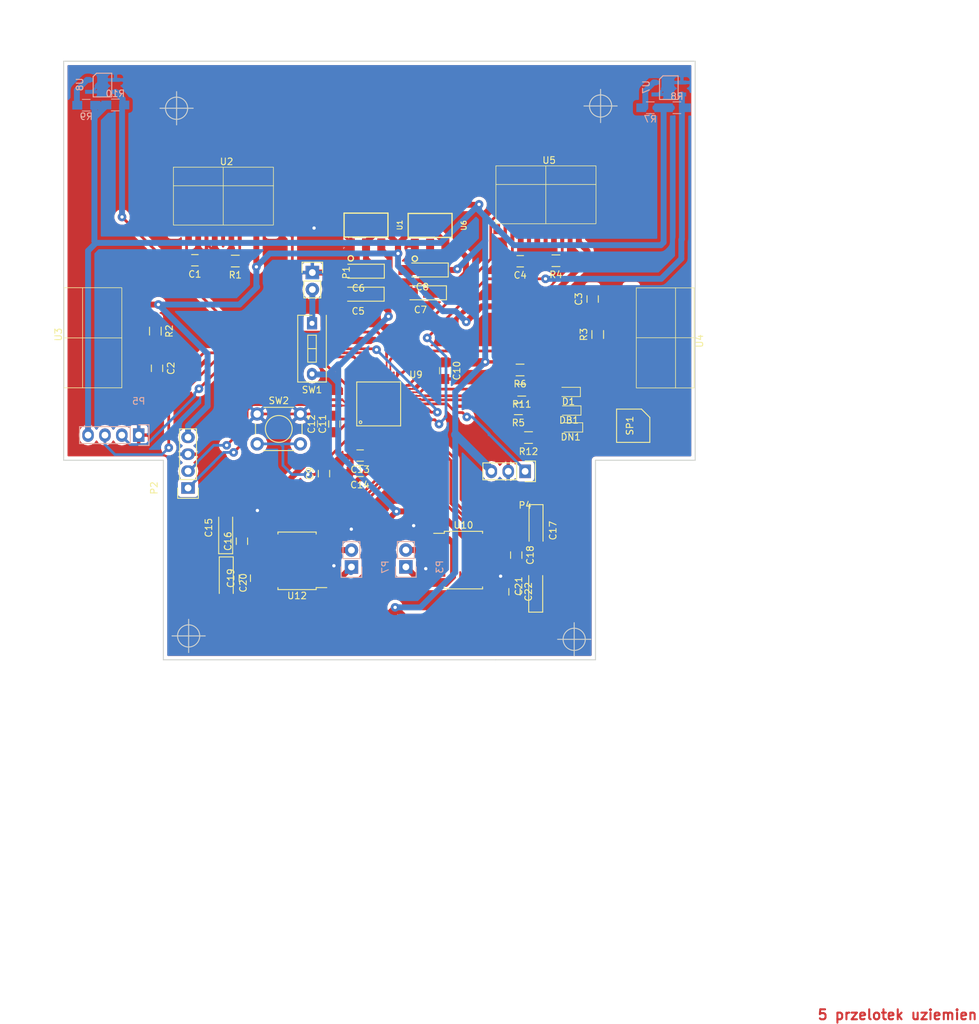
<source format=kicad_pcb>
(kicad_pcb (version 4) (host pcbnew 4.0.4-stable)
  (layers (0 F.Cu signal) (31 B.Cu signal) (34 B.Paste user) (35 F.Paste user) (36 B.SilkS user) (37 F.SilkS user) (38 B.Mask user) (39 F.Mask user) (44 Edge.Cuts user))
  (net 0 "")
  (net 1 GND)
  (net 2 "Net-(C1-Pad2)")
  (net 3 "Net-(C2-Pad2)")
  (net 4 "Net-(C3-Pad2)")
  (net 5 "Net-(C4-Pad2)")
  (net 6 VCC)
  (net 7 +5V)
  (net 8 +3V3)
  (net 9 RESET)
  (net 10 "Net-(D1-Pad2)")
  (net 11 "Net-(DB1-Pad2)")
  (net 12 "Net-(DN1-Pad2)")
  (net 13 "Net-(P1-Pad2)")
  (net 14 BT2)
  (net 15 BT1)
  (net 16 "Net-(P3-Pad1)")
  (net 17 "Net-(P3-Pad2)")
  (net 18 MOD_START)
  (net 19 PROG2)
  (net 20 PROG1)
  (net 21 "Net-(P7-Pad1)")
  (net 22 "Net-(P7-Pad2)")
  (net 23 "Net-(R1-Pad1)")
  (net 24 "Net-(R2-Pad1)")
  (net 25 "Net-(R3-Pad1)")
  (net 26 "Net-(R4-Pad1)")
  (net 27 LED2)
  (net 28 "Net-(R7-Pad1)")
  (net 29 KTIR1)
  (net 30 "Net-(R9-Pad1)")
  (net 31 KTIR2)
  (net 32 LED1)
  (net 33 "Net-(R12-Pad1)")
  (net 34 BUZZ)
  (net 35 SHARP3)
  (net 36 SHARP4)
  (net 37 SHARP1)
  (net 38 SHARP2)
  (net 39 "Net-(U9-Pad1)")
  (net 40 "Net-(U9-Pad2)")
  (net 41 "Net-(U9-Pad3)")
  (net 42 "Net-(U9-Pad4)")
  (net 43 "Net-(U9-Pad5)")
  (net 44 "Net-(U9-Pad6)")
  (net 45 "Net-(U9-Pad18)")
  (net 46 S1/IN1)
  (net 47 S1/IN2)
  (net 48 S1/PWM)
  (net 49 S2/PWM)
  (net 50 S2/IN1)
  (net 51 S2/IN2)
  (net 52 "Net-(U9-Pad32)")
  (net 53 "Net-(U9-Pad33)")
  (net 54 "Net-(U9-Pad35)")
  (net 55 "Net-(U9-Pad36)")
  (net 56 "Net-(U9-Pad38)")
  (net 57 "Net-(U9-Pad39)")
  (net 58 "Net-(U9-Pad40)")
  (net 59 "Net-(U9-Pad41)")
  (net 60 "Net-(U9-Pad44)")
  (net 61 "Net-(U9-Pad45)")
  (net 62 "Net-(U9-Pad46)")
  (net 63 "Net-(U9-Pad31)")
  (net 64 "Net-(U9-Pad26)")
  (net 65 "Net-(U9-Pad29)")
  (module STM:BUZZER_SMD (layer F.Cu) (at 185.674 114.808 270)
    (fp_text reference SP1 (at 0 0.5 270) (layer F.SilkS))
    (fp_text value "HCM1201X (BUZZER)")
    (pad 3 smd rect (at -1.75 2.5 270) (size 1 1) (layers F.Cu F.Paste F.Mask))
    (pad 2 smd rect (at 1.75 2.5 270) (size 1 1) (layers F.Cu F.Paste F.Mask) (net 33 "Net-(R12-Pad1)"))
    (pad 1 smd rect (at 1.75 -2.5 270) (size 1 1) (layers F.Cu F.Paste F.Mask) (net 1 GND))
  )
  (module Resistors_SMD:R_0805_HandSoldering (layer F.Cu) (at 113.792 100.584 270)
    (fp_text reference R2 (at 0 -2.1 270) (layer F.SilkS))
    (fp_text value "1 Ohm")
    (pad 1 smd rect (at -1.35 0 270) (size 1.5 1.3) (layers F.Cu F.Paste F.Mask) (net 24 "Net-(R2-Pad1)"))
    (pad 2 smd rect (at 1.35 0 270) (size 1.5 1.3) (layers F.Cu F.Paste F.Mask) (net 1 GND))
  )
  (module warsztaty:GP2Y0D340K (layer F.Cu) (at 190.78 101.57 270)
    (fp_text reference U4 (at 0.508 -4.8975 270) (layer F.SilkS))
    (fp_text value SHARP_40CM)
    (pad 5 smd rect (at -5.0165 5.1435 270) (size 0.6 5.2) (layers F.Cu F.Paste F.Mask) (net 4 "Net-(C3-Pad2)"))
    (pad 4 smd rect (at -2.5165 5.1435 270) (size 0.6 5.2) (layers F.Cu F.Paste F.Mask) (net 1 GND))
    (pad 3 smd rect (at -0.0165 5.1435 270) (size 0.6 5.2) (layers F.Cu F.Paste F.Mask) (net 37 SHARP1))
    (pad 2 smd rect (at 2.4835 5.1435 270) (size 0.6 5.2) (layers F.Cu F.Paste F.Mask) (net 25 "Net-(R3-Pad1)"))
    (pad 1 smd rect (at 4.9835 5.1435 270) (size 0.6 5.2) (layers F.Cu F.Paste F.Mask) (net 7 +5V))
    (pad 6 smd rect (at -7.366 5.3975 270) (size 1 1.6) (layers F.Cu F.Paste F.Mask))
    (pad 6 smd rect (at 7.366 5.3975 270) (size 1 1.6) (layers F.Cu F.Paste F.Mask))
  )
  (module Socket_Strips:Socket_Strip_Straight_1x04 (layer B.Cu) (at 111.29 116.22 180)
    (fp_text reference P5 (at 0 5.1 180) (layer B.SilkS) (effects (justify mirror)))
    (fp_text value PROGRAMAT)
    (pad 1 thru_hole rect (at 0 0 180) (size 1.7272 2.032) (drill 1.016) (layers *.Cu *.Mask) (net 1 GND))
    (pad 2 thru_hole oval (at 2.54 0 180) (size 1.7272 2.032) (drill 1.016) (layers *.Cu *.Mask) (net 19 PROG2))
    (pad 3 thru_hole oval (at 5.08 0 180) (size 1.7272 2.032) (drill 1.016) (layers *.Cu *.Mask) (net 20 PROG1))
    (pad 4 thru_hole oval (at 7.62 0 180) (size 1.7272 2.032) (drill 1.016) (layers *.Cu *.Mask) (net 8 +3V3))
  )
  (module warsztaty:TB6612 (layer F.Cu) (at 160.14 135.01)
    (fp_text reference U10 (at 0 -5.25) (layer F.SilkS))
    (fp_text value TB6612)
    (pad 1 smd rect (at -3.6 -3.575) (size 1.75 0.45) (layers F.Cu F.Paste F.Mask) (net 16 "Net-(P3-Pad1)"))
    (pad 2 smd rect (at -3.6 -2.925) (size 1.75 0.45) (layers F.Cu F.Paste F.Mask) (net 16 "Net-(P3-Pad1)"))
    (pad 3 smd rect (at -3.6 -2.275) (size 1.75 0.45) (layers F.Cu F.Paste F.Mask) (net 1 GND))
    (pad 4 smd rect (at -3.6 -1.625) (size 1.75 0.45) (layers F.Cu F.Paste F.Mask) (net 1 GND))
    (pad 5 smd rect (at -3.6 -0.975) (size 1.75 0.45) (layers F.Cu F.Paste F.Mask) (net 17 "Net-(P3-Pad2)"))
    (pad 6 smd rect (at -3.6 -0.325) (size 1.75 0.45) (layers F.Cu F.Paste F.Mask) (net 17 "Net-(P3-Pad2)"))
    (pad 7 smd rect (at -3.6 0.325) (size 1.75 0.45) (layers F.Cu F.Paste F.Mask) (net 17 "Net-(P3-Pad2)"))
    (pad 8 smd rect (at -3.6 0.975) (size 1.75 0.45) (layers F.Cu F.Paste F.Mask) (net 17 "Net-(P3-Pad2)"))
    (pad 9 smd rect (at -3.6 1.625) (size 1.75 0.45) (layers F.Cu F.Paste F.Mask) (net 1 GND))
    (pad 10 smd rect (at -3.6 2.275) (size 1.75 0.45) (layers F.Cu F.Paste F.Mask) (net 1 GND))
    (pad 11 smd rect (at -3.6 2.925) (size 1.75 0.45) (layers F.Cu F.Paste F.Mask) (net 16 "Net-(P3-Pad1)"))
    (pad 12 smd rect (at -3.6 3.575) (size 1.75 0.45) (layers F.Cu F.Paste F.Mask) (net 16 "Net-(P3-Pad1)"))
    (pad 13 smd rect (at 3.6 3.575) (size 1.75 0.45) (layers F.Cu F.Paste F.Mask) (net 6 VCC))
    (pad 14 smd rect (at 3.6 2.925) (size 1.75 0.45) (layers F.Cu F.Paste F.Mask) (net 6 VCC))
    (pad 15 smd rect (at 3.6 2.275) (size 1.75 0.45) (layers F.Cu F.Paste F.Mask) (net 48 S1/PWM))
    (pad 16 smd rect (at 3.6 1.625) (size 1.75 0.45) (layers F.Cu F.Paste F.Mask) (net 47 S1/IN2))
    (pad 17 smd rect (at 3.6 0.975) (size 1.75 0.45) (layers F.Cu F.Paste F.Mask) (net 46 S1/IN1))
    (pad 18 smd rect (at 3.6 0.325) (size 1.75 0.45) (layers F.Cu F.Paste F.Mask) (net 1 GND))
    (pad 19 smd rect (at 3.6 -0.325) (size 1.75 0.45) (layers F.Cu F.Paste F.Mask) (net 8 +3V3))
    (pad 20 smd rect (at 3.6 -0.975) (size 1.75 0.45) (layers F.Cu F.Paste F.Mask) (net 8 +3V3))
    (pad 21 smd rect (at 3.6 -1.625) (size 1.75 0.45) (layers F.Cu F.Paste F.Mask) (net 46 S1/IN1))
    (pad 22 smd rect (at 3.6 -2.275) (size 1.75 0.45) (layers F.Cu F.Paste F.Mask) (net 47 S1/IN2))
    (pad 23 smd rect (at 3.6 -2.925) (size 1.75 0.45) (layers F.Cu F.Paste F.Mask) (net 48 S1/PWM))
    (pad 24 smd rect (at 3.6 -3.575) (size 1.75 0.45) (layers F.Cu F.Paste F.Mask) (net 6 VCC))
  )
  (module warsztaty:TB6612 (layer F.Cu) (at 135.11 135.12 180)
    (fp_text reference U12 (at 0 -5.25 180) (layer F.SilkS))
    (fp_text value TB6612)
    (pad 1 smd rect (at -3.6 -3.575 180) (size 1.75 0.45) (layers F.Cu F.Paste F.Mask) (net 21 "Net-(P7-Pad1)"))
    (pad 2 smd rect (at -3.6 -2.925 180) (size 1.75 0.45) (layers F.Cu F.Paste F.Mask) (net 21 "Net-(P7-Pad1)"))
    (pad 3 smd rect (at -3.6 -2.275 180) (size 1.75 0.45) (layers F.Cu F.Paste F.Mask) (net 1 GND))
    (pad 4 smd rect (at -3.6 -1.625 180) (size 1.75 0.45) (layers F.Cu F.Paste F.Mask) (net 1 GND))
    (pad 5 smd rect (at -3.6 -0.975 180) (size 1.75 0.45) (layers F.Cu F.Paste F.Mask) (net 22 "Net-(P7-Pad2)"))
    (pad 6 smd rect (at -3.6 -0.325 180) (size 1.75 0.45) (layers F.Cu F.Paste F.Mask) (net 22 "Net-(P7-Pad2)"))
    (pad 7 smd rect (at -3.6 0.325 180) (size 1.75 0.45) (layers F.Cu F.Paste F.Mask) (net 22 "Net-(P7-Pad2)"))
    (pad 8 smd rect (at -3.6 0.975 180) (size 1.75 0.45) (layers F.Cu F.Paste F.Mask) (net 22 "Net-(P7-Pad2)"))
    (pad 9 smd rect (at -3.6 1.625 180) (size 1.75 0.45) (layers F.Cu F.Paste F.Mask) (net 1 GND))
    (pad 10 smd rect (at -3.6 2.275 180) (size 1.75 0.45) (layers F.Cu F.Paste F.Mask) (net 1 GND))
    (pad 11 smd rect (at -3.6 2.925 180) (size 1.75 0.45) (layers F.Cu F.Paste F.Mask) (net 21 "Net-(P7-Pad1)"))
    (pad 12 smd rect (at -3.6 3.575 180) (size 1.75 0.45) (layers F.Cu F.Paste F.Mask) (net 21 "Net-(P7-Pad1)"))
    (pad 13 smd rect (at 3.6 3.575 180) (size 1.75 0.45) (layers F.Cu F.Paste F.Mask) (net 6 VCC))
    (pad 14 smd rect (at 3.6 2.925 180) (size 1.75 0.45) (layers F.Cu F.Paste F.Mask) (net 6 VCC))
    (pad 15 smd rect (at 3.6 2.275 180) (size 1.75 0.45) (layers F.Cu F.Paste F.Mask) (net 49 S2/PWM))
    (pad 16 smd rect (at 3.6 1.625 180) (size 1.75 0.45) (layers F.Cu F.Paste F.Mask) (net 51 S2/IN2))
    (pad 17 smd rect (at 3.6 0.975 180) (size 1.75 0.45) (layers F.Cu F.Paste F.Mask) (net 50 S2/IN1))
    (pad 18 smd rect (at 3.6 0.325 180) (size 1.75 0.45) (layers F.Cu F.Paste F.Mask) (net 1 GND))
    (pad 19 smd rect (at 3.6 -0.325 180) (size 1.75 0.45) (layers F.Cu F.Paste F.Mask) (net 8 +3V3))
    (pad 20 smd rect (at 3.6 -0.975 180) (size 1.75 0.45) (layers F.Cu F.Paste F.Mask) (net 8 +3V3))
    (pad 21 smd rect (at 3.6 -1.625 180) (size 1.75 0.45) (layers F.Cu F.Paste F.Mask) (net 50 S2/IN1))
    (pad 22 smd rect (at 3.6 -2.275 180) (size 1.75 0.45) (layers F.Cu F.Paste F.Mask) (net 51 S2/IN2))
    (pad 23 smd rect (at 3.6 -2.925 180) (size 1.75 0.45) (layers F.Cu F.Paste F.Mask) (net 49 S2/PWM))
    (pad 24 smd rect (at 3.6 -3.575 180) (size 1.75 0.45) (layers F.Cu F.Paste F.Mask) (net 6 VCC))
  )
  (module Buttons_Switches_ThroughHole:SW_PUSH_6mm (layer F.Cu) (at 129.11 113.04)
    (fp_text reference SW2 (at 3.25 -2) (layer F.SilkS))
    (fp_text value SW_PUSH)
    (pad 2 thru_hole circle (at 0 4.5 90) (size 2 2) (drill 1.1) (layers *.Cu *.Mask) (net 9 RESET))
    (pad 1 thru_hole circle (at 0 0 90) (size 2 2) (drill 1.1) (layers *.Cu *.Mask) (net 1 GND))
    (pad 2 thru_hole circle (at 6.5 4.5 90) (size 2 2) (drill 1.1) (layers *.Cu *.Mask) (net 9 RESET))
    (pad 1 thru_hole circle (at 6.5 0 90) (size 2 2) (drill 1.1) (layers *.Cu *.Mask) (net 1 GND))
  )
  (module Socket_Strips:Socket_Strip_Straight_1x02 (layer F.Cu) (at 137.41 91.78 270)
    (fp_text reference P1 (at 0 -5.1 270) (layer F.SilkS))
    (fp_text value "bateria 7.4 V")
    (pad 1 thru_hole rect (at 0 0 270) (size 2.032 2.032) (drill 1.016) (layers *.Cu *.Mask) (net 1 GND))
    (pad 2 thru_hole oval (at 2.54 0 270) (size 2.032 2.032) (drill 1.016) (layers *.Cu *.Mask) (net 13 "Net-(P1-Pad2)"))
  )
  (module Socket_Strips:Socket_Strip_Straight_1x04 (layer F.Cu) (at 118.71 124.17 90)
    (fp_text reference P2 (at 0 -5.1 90) (layer F.SilkS))
    (fp_text value "HC-06 (BT)")
    (pad 1 thru_hole rect (at 0 0 90) (size 1.7272 2.032) (drill 1.016) (layers *.Cu *.Mask) (net 14 BT2))
    (pad 2 thru_hole oval (at 2.54 0 90) (size 1.7272 2.032) (drill 1.016) (layers *.Cu *.Mask) (net 15 BT1))
    (pad 3 thru_hole oval (at 5.08 0 90) (size 1.7272 2.032) (drill 1.016) (layers *.Cu *.Mask) (net 1 GND))
    (pad 4 thru_hole oval (at 7.62 0 90) (size 1.7272 2.032) (drill 1.016) (layers *.Cu *.Mask) (net 7 +5V))
  )
  (module Socket_Strips:Socket_Strip_Straight_1x02 (layer B.Cu) (at 151.48 136.03 90)
    (fp_text reference P3 (at 0 5.1 90) (layer B.SilkS) (effects (justify mirror)))
    (fp_text value SILNIK1)
    (pad 1 thru_hole rect (at 0 0 90) (size 2.032 2.032) (drill 1.016) (layers *.Cu *.Mask) (net 16 "Net-(P3-Pad1)"))
    (pad 2 thru_hole oval (at 2.54 0 90) (size 2.032 2.032) (drill 1.016) (layers *.Cu *.Mask) (net 17 "Net-(P3-Pad2)"))
  )
  (module Socket_Strips:Socket_Strip_Straight_1x03 (layer F.Cu) (at 169.418 121.666 180)
    (fp_text reference P4 (at 0 -5.1 180) (layer F.SilkS))
    (fp_text value "Modol startujacy")
    (pad 1 thru_hole rect (at 0 0 180) (size 1.7272 2.032) (drill 1.016) (layers *.Cu *.Mask) (net 18 MOD_START))
    (pad 2 thru_hole oval (at 2.54 0 180) (size 1.7272 2.032) (drill 1.016) (layers *.Cu *.Mask) (net 1 GND))
    (pad 3 thru_hole oval (at 5.08 0 180) (size 1.7272 2.032) (drill 1.016) (layers *.Cu *.Mask) (net 8 +3V3))
  )
  (module Socket_Strips:Socket_Strip_Straight_1x02 (layer B.Cu) (at 143.29 136.05 90)
    (fp_text reference P7 (at 0 5.1 90) (layer B.SilkS) (effects (justify mirror)))
    (fp_text value SILNIK2)
    (pad 1 thru_hole rect (at 0 0 90) (size 2.032 2.032) (drill 1.016) (layers *.Cu *.Mask) (net 21 "Net-(P7-Pad1)"))
    (pad 2 thru_hole oval (at 2.54 0 90) (size 2.032 2.032) (drill 1.016) (layers *.Cu *.Mask) (net 22 "Net-(P7-Pad2)"))
  )
  (module Buttons_Switches_ThroughHole:SW_DIP_x1_Slide (layer F.Cu) (at 137.36 99.41 180)
    (fp_text reference SW1 (at 0 -10 180) (layer F.SilkS))
    (fp_text value SPST)
    (pad 1 thru_hole rect (at 0 0 180) (size 1.524 1.824) (drill 0.762) (layers *.Cu *.Mask) (net 13 "Net-(P1-Pad2)"))
    (pad 2 thru_hole oval (at 0 -7.62 180) (size 1.524 1.824) (drill 0.762) (layers *.Cu *.Mask) (net 6 VCC))
  )
  (module warsztaty:LM1117_SOT223 (layer F.Cu) (at 145.484568 84.64183 90)
    (fp_text reference U1 (at 0 5.08 90) (layer F.SilkS) (effects (font (size 0.762 0.762) (thickness 0.1524))))
    (fp_text value LM1117 hide)
    (pad 3 smd rect (at -3.1 -2.3 90) (size 2.2 1.2) (layers F.Cu F.Paste F.Mask) (net 1 GND))
    (pad 2 smd rect (at -3.1 0 90) (size 2.2 1.2) (layers F.Cu F.Paste F.Mask) (net 7 +5V))
    (pad 1 smd rect (at -3.1 2.3 90) (size 2.2 1.2) (layers F.Cu F.Paste F.Mask) (net 6 VCC))
    (pad 2 smd rect (at 3.1 0 90) (size 2.2 3.5) (layers F.Cu F.Paste F.Mask) (net 7 +5V))
  )
  (module warsztaty:GP2Y0D340K (layer F.Cu) (at 124 80)
    (fp_text reference U2 (at 0.508 -4.8975) (layer F.SilkS))
    (fp_text value SHARP_40CM)
    (pad 5 smd rect (at -5.0165 5.1435) (size 0.6 5.2) (layers F.Cu F.Paste F.Mask) (net 2 "Net-(C1-Pad2)"))
    (pad 4 smd rect (at -2.5165 5.1435) (size 0.6 5.2) (layers F.Cu F.Paste F.Mask) (net 1 GND))
    (pad 3 smd rect (at -0.0165 5.1435) (size 0.6 5.2) (layers F.Cu F.Paste F.Mask) (net 35 SHARP3))
    (pad 2 smd rect (at 2.4835 5.1435) (size 0.6 5.2) (layers F.Cu F.Paste F.Mask) (net 23 "Net-(R1-Pad1)"))
    (pad 1 smd rect (at 4.9835 5.1435) (size 0.6 5.2) (layers F.Cu F.Paste F.Mask) (net 7 +5V))
    (pad 6 smd rect (at -7.366 5.3975) (size 1 1.6) (layers F.Cu F.Paste F.Mask))
    (pad 6 smd rect (at 7.366 5.3975) (size 1 1.6) (layers F.Cu F.Paste F.Mask))
  )
  (module warsztaty:GP2Y0D340K (layer F.Cu) (at 104.11 101.61 90)
    (fp_text reference U3 (at 0.508 -4.8975 90) (layer F.SilkS))
    (fp_text value SHARP_40CM)
    (pad 5 smd rect (at -5.0165 5.1435 90) (size 0.6 5.2) (layers F.Cu F.Paste F.Mask) (net 3 "Net-(C2-Pad2)"))
    (pad 4 smd rect (at -2.5165 5.1435 90) (size 0.6 5.2) (layers F.Cu F.Paste F.Mask) (net 1 GND))
    (pad 3 smd rect (at -0.0165 5.1435 90) (size 0.6 5.2) (layers F.Cu F.Paste F.Mask) (net 36 SHARP4))
    (pad 2 smd rect (at 2.4835 5.1435 90) (size 0.6 5.2) (layers F.Cu F.Paste F.Mask) (net 24 "Net-(R2-Pad1)"))
    (pad 1 smd rect (at 4.9835 5.1435 90) (size 0.6 5.2) (layers F.Cu F.Paste F.Mask) (net 7 +5V))
    (pad 6 smd rect (at -7.366 5.3975 90) (size 1 1.6) (layers F.Cu F.Paste F.Mask))
    (pad 6 smd rect (at 7.366 5.3975 90) (size 1 1.6) (layers F.Cu F.Paste F.Mask))
  )
  (module warsztaty:GP2Y0D340K (layer F.Cu) (at 172.5165 79.8)
    (fp_text reference U5 (at 0.508 -4.8975) (layer F.SilkS))
    (fp_text value SHARP_40CM)
    (pad 5 smd rect (at -5.0165 5.1435) (size 0.6 5.2) (layers F.Cu F.Paste F.Mask) (net 5 "Net-(C4-Pad2)"))
    (pad 4 smd rect (at -2.5165 5.1435) (size 0.6 5.2) (layers F.Cu F.Paste F.Mask) (net 1 GND))
    (pad 3 smd rect (at -0.0165 5.1435) (size 0.6 5.2) (layers F.Cu F.Paste F.Mask) (net 38 SHARP2))
    (pad 2 smd rect (at 2.4835 5.1435) (size 0.6 5.2) (layers F.Cu F.Paste F.Mask) (net 26 "Net-(R4-Pad1)"))
    (pad 1 smd rect (at 4.9835 5.1435) (size 0.6 5.2) (layers F.Cu F.Paste F.Mask) (net 7 +5V))
    (pad 6 smd rect (at -7.366 5.3975) (size 1 1.6) (layers F.Cu F.Paste F.Mask))
    (pad 6 smd rect (at 7.366 5.3975) (size 1 1.6) (layers F.Cu F.Paste F.Mask))
  )
  (module warsztaty:LM1117_SOT223 (layer F.Cu) (at 155.124568 84.69183 90)
    (fp_text reference U6 (at 0 5.08 90) (layer F.SilkS) (effects (font (size 0.762 0.762) (thickness 0.1524))))
    (fp_text value LM1117 hide)
    (pad 3 smd rect (at -3.1 -2.3 90) (size 2.2 1.2) (layers F.Cu F.Paste F.Mask) (net 1 GND))
    (pad 2 smd rect (at -3.1 0 90) (size 2.2 1.2) (layers F.Cu F.Paste F.Mask) (net 8 +3V3))
    (pad 1 smd rect (at -3.1 2.3 90) (size 2.2 1.2) (layers F.Cu F.Paste F.Mask) (net 7 +5V))
    (pad 2 smd rect (at 3.1 0 90) (size 2.2 3.5) (layers F.Cu F.Paste F.Mask) (net 8 +3V3))
  )
  (module warsztaty:KTIR0711S (layer B.Cu) (at 191.035 64.105 270)
    (fp_text reference U7 (at -0.219 3.407 270) (layer B.SilkS) (effects (justify mirror)))
    (fp_text value KTIR0711S)
    (pad 1 smd rect (at -0.905 1.965 270) (size 0.6 1.3) (layers B.Cu B.Paste B.Mask) (net 28 "Net-(R7-Pad1)"))
    (pad 2 smd rect (at -0.905 -1.965 270) (size 0.6 1.3) (layers B.Cu B.Paste B.Mask) (net 1 GND))
    (pad 3 smd rect (at 0.895 1.965 270) (size 0.6 1.3) (layers B.Cu B.Paste B.Mask) (net 1 GND))
    (pad 4 smd rect (at 0.895 -1.965 270) (size 0.6 1.3) (layers B.Cu B.Paste B.Mask) (net 29 KTIR1))
  )
  (module warsztaty:KTIR0711S (layer B.Cu) (at 105.835 63.715 270)
    (fp_text reference U8 (at -0.219 3.407 270) (layer B.SilkS) (effects (justify mirror)))
    (fp_text value KTIR0711S)
    (pad 1 smd rect (at -0.905 1.965 270) (size 0.6 1.3) (layers B.Cu B.Paste B.Mask) (net 30 "Net-(R9-Pad1)"))
    (pad 2 smd rect (at -0.905 -1.965 270) (size 0.6 1.3) (layers B.Cu B.Paste B.Mask) (net 1 GND))
    (pad 3 smd rect (at 0.895 1.965 270) (size 0.6 1.3) (layers B.Cu B.Paste B.Mask) (net 1 GND))
    (pad 4 smd rect (at 0.895 -1.965 270) (size 0.6 1.3) (layers B.Cu B.Paste B.Mask) (net 31 KTIR2))
  )
  (module STM:STM32F051C8T6 (layer F.Cu) (at 147.39 111.53)
    (fp_text reference U9 (at 5.6 -4.4) (layer F.SilkS))
    (fp_text value STM32F051C8Tx hide)
    (pad 1 smd rect (at -2.75 4.25) (size 0.3 1.2) (layers F.Cu F.Paste F.Mask) (net 39 "Net-(U9-Pad1)"))
    (pad 2 smd rect (at -2.25 4.25) (size 0.3 1.2) (layers F.Cu F.Paste F.Mask) (net 40 "Net-(U9-Pad2)"))
    (pad 3 smd rect (at -1.75 4.25) (size 0.3 1.2) (layers F.Cu F.Paste F.Mask) (net 41 "Net-(U9-Pad3)"))
    (pad 4 smd rect (at -1.25 4.25) (size 0.3 1.2) (layers F.Cu F.Paste F.Mask) (net 42 "Net-(U9-Pad4)"))
    (pad 5 smd rect (at -0.75 4.25) (size 0.3 1.2) (layers F.Cu F.Paste F.Mask) (net 43 "Net-(U9-Pad5)"))
    (pad 6 smd rect (at -0.25 4.25) (size 0.3 1.2) (layers F.Cu F.Paste F.Mask) (net 44 "Net-(U9-Pad6)"))
    (pad 7 smd rect (at 0.25 4.25) (size 0.3 1.2) (layers F.Cu F.Paste F.Mask) (net 9 RESET))
    (pad 8 smd rect (at 0.75 4.25) (size 0.3 1.2) (layers F.Cu F.Paste F.Mask) (net 1 GND))
    (pad 9 smd rect (at 1.25 4.25) (size 0.3 1.2) (layers F.Cu F.Paste F.Mask) (net 8 +3V3))
    (pad 10 smd rect (at 1.75 4.25) (size 0.3 1.2) (layers F.Cu F.Paste F.Mask) (net 50 S2/IN1))
    (pad 11 smd rect (at 2.25 4.25) (size 0.3 1.2) (layers F.Cu F.Paste F.Mask) (net 51 S2/IN2))
    (pad 12 smd rect (at 2.75 4.25) (size 0.3 1.2) (layers F.Cu F.Paste F.Mask) (net 49 S2/PWM))
    (pad 13 smd rect (at 4.25 2.75) (size 1.2 0.3) (layers F.Cu F.Paste F.Mask) (net 48 S1/PWM))
    (pad 14 smd rect (at 4.25 2.25) (size 1.2 0.3) (layers F.Cu F.Paste F.Mask) (net 47 S1/IN2))
    (pad 15 smd rect (at 4.25 1.75) (size 1.2 0.3) (layers F.Cu F.Paste F.Mask) (net 46 S1/IN1))
    (pad 16 smd rect (at 4.25 1.25) (size 1.2 0.3) (layers F.Cu F.Paste F.Mask) (net 29 KTIR1))
    (pad 17 smd rect (at 4.25 0.75) (size 1.2 0.3) (layers F.Cu F.Paste F.Mask) (net 31 KTIR2))
    (pad 18 smd rect (at 4.25 0.25) (size 1.2 0.3) (layers F.Cu F.Paste F.Mask) (net 45 "Net-(U9-Pad18)"))
    (pad 19 smd rect (at 4.25 -0.25) (size 1.2 0.3) (layers F.Cu F.Paste F.Mask) (net 18 MOD_START))
    (pad 20 smd rect (at 4.25 -0.75) (size 1.2 0.3) (layers F.Cu F.Paste F.Mask) (net 34 BUZZ))
    (pad 21 smd rect (at 4.25 -1.25) (size 1.2 0.3) (layers F.Cu F.Paste F.Mask) (net 27 LED2))
    (pad 22 smd rect (at 4.25 -1.75) (size 1.2 0.3) (layers F.Cu F.Paste F.Mask) (net 32 LED1))
    (pad 23 smd rect (at 4.25 -2.25) (size 1.2 0.3) (layers F.Cu F.Paste F.Mask) (net 1 GND))
    (pad 24 smd rect (at 4.25 -2.75) (size 1.2 0.3) (layers F.Cu F.Paste F.Mask) (net 8 +3V3))
    (pad 25 smd rect (at 2.75 -4.25) (size 0.3 1.2) (layers F.Cu F.Paste F.Mask) (net 37 SHARP1))
    (pad 26 smd rect (at 2.25 -4.25) (size 0.3 1.2) (layers F.Cu F.Paste F.Mask) (net 64 "Net-(U9-Pad26)"))
    (pad 27 smd rect (at 1.75 -4.25) (size 0.3 1.2) (layers F.Cu F.Paste F.Mask) (net 38 SHARP2))
    (pad 28 smd rect (at 1.25 -4.25) (size 0.3 1.2) (layers F.Cu F.Paste F.Mask) (net 35 SHARP3))
    (pad 29 smd rect (at 0.75 -4.25) (size 0.3 1.2) (layers F.Cu F.Paste F.Mask) (net 65 "Net-(U9-Pad29)"))
    (pad 30 smd rect (at 0.25 -4.25) (size 0.3 1.2) (layers F.Cu F.Paste F.Mask) (net 36 SHARP4))
    (pad 31 smd rect (at -0.25 -4.25) (size 0.3 1.2) (layers F.Cu F.Paste F.Mask) (net 63 "Net-(U9-Pad31)"))
    (pad 32 smd rect (at -0.75 -4.25) (size 0.3 1.2) (layers F.Cu F.Paste F.Mask) (net 52 "Net-(U9-Pad32)"))
    (pad 33 smd rect (at -1.25 -4.25) (size 0.3 1.2) (layers F.Cu F.Paste F.Mask) (net 53 "Net-(U9-Pad33)"))
    (pad 34 smd rect (at -1.75 -4.25) (size 0.3 1.2) (layers F.Cu F.Paste F.Mask) (net 20 PROG1))
    (pad 35 smd rect (at -2.25 -4.25) (size 0.3 1.2) (layers F.Cu F.Paste F.Mask) (net 54 "Net-(U9-Pad35)"))
    (pad 36 smd rect (at -2.75 -4.25) (size 0.3 1.2) (layers F.Cu F.Paste F.Mask) (net 55 "Net-(U9-Pad36)"))
    (pad 37 smd rect (at -4.25 -2.75) (size 1.2 0.3) (layers F.Cu F.Paste F.Mask) (net 19 PROG2))
    (pad 38 smd rect (at -4.25 -2.25) (size 1.2 0.3) (layers F.Cu F.Paste F.Mask) (net 56 "Net-(U9-Pad38)"))
    (pad 39 smd rect (at -4.25 -1.75) (size 1.2 0.3) (layers F.Cu F.Paste F.Mask) (net 57 "Net-(U9-Pad39)"))
    (pad 40 smd rect (at -4.25 -1.25) (size 1.2 0.3) (layers F.Cu F.Paste F.Mask) (net 58 "Net-(U9-Pad40)"))
    (pad 41 smd rect (at -4.25 -0.75) (size 1.2 0.3) (layers F.Cu F.Paste F.Mask) (net 59 "Net-(U9-Pad41)"))
    (pad 42 smd rect (at -4.25 -0.25) (size 1.2 0.3) (layers F.Cu F.Paste F.Mask) (net 15 BT1))
    (pad 43 smd rect (at -4.25 0.25) (size 1.2 0.3) (layers F.Cu F.Paste F.Mask) (net 14 BT2))
    (pad 44 smd rect (at -4.25 0.75) (size 1.2 0.3) (layers F.Cu F.Paste F.Mask) (net 60 "Net-(U9-Pad44)"))
    (pad 45 smd rect (at -4.25 1.25) (size 1.2 0.3) (layers F.Cu F.Paste F.Mask) (net 61 "Net-(U9-Pad45)"))
    (pad 46 smd rect (at -4.25 1.75) (size 1.2 0.3) (layers F.Cu F.Paste F.Mask) (net 62 "Net-(U9-Pad46)"))
    (pad 47 smd rect (at -4.25 2.25) (size 1.2 0.3) (layers F.Cu F.Paste F.Mask) (net 1 GND))
    (pad 48 smd rect (at -4.25 2.75) (size 1.2 0.3) (layers F.Cu F.Paste F.Mask) (net 8 +3V3))
  )
  (module Capacitors_SMD:C_0805_HandSoldering (layer F.Cu) (at 119.74 89.93 180)
    (fp_text reference C1 (at 0 -2.1 180) (layer F.SilkS))
    (fp_text value "1 uF")
    (pad 1 smd rect (at -1.25 0 180) (size 1.5 1.25) (layers F.Cu F.Paste F.Mask) (net 1 GND))
    (pad 2 smd rect (at 1.25 0 180) (size 1.5 1.25) (layers F.Cu F.Paste F.Mask) (net 2 "Net-(C1-Pad2)"))
  )
  (module Capacitors_SMD:C_0805_HandSoldering (layer F.Cu) (at 114.046 106.172 270)
    (fp_text reference C2 (at 0 -2.1 270) (layer F.SilkS))
    (fp_text value "1 uF")
    (pad 1 smd rect (at -1.25 0 270) (size 1.5 1.25) (layers F.Cu F.Paste F.Mask) (net 1 GND))
    (pad 2 smd rect (at 1.25 0 270) (size 1.5 1.25) (layers F.Cu F.Paste F.Mask) (net 3 "Net-(C2-Pad2)"))
  )
  (module Capacitors_SMD:C_0805_HandSoldering (layer F.Cu) (at 179.578 95.758 90)
    (fp_text reference C3 (at 0 -2.1 90) (layer F.SilkS))
    (fp_text value "1 uF")
    (pad 1 smd rect (at -1.25 0 90) (size 1.5 1.25) (layers F.Cu F.Paste F.Mask) (net 1 GND))
    (pad 2 smd rect (at 1.25 0 90) (size 1.5 1.25) (layers F.Cu F.Paste F.Mask) (net 4 "Net-(C3-Pad2)"))
  )
  (module Capacitors_SMD:C_0805_HandSoldering (layer F.Cu) (at 168.68 90.08 180)
    (fp_text reference C4 (at 0 -2.1 180) (layer F.SilkS))
    (fp_text value "1 uF")
    (pad 1 smd rect (at -1.25 0 180) (size 1.5 1.25) (layers F.Cu F.Paste F.Mask) (net 1 GND))
    (pad 2 smd rect (at 1.25 0 180) (size 1.5 1.25) (layers F.Cu F.Paste F.Mask) (net 5 "Net-(C4-Pad2)"))
  )
  (module Capacitors_SMD:C_0805_HandSoldering (layer F.Cu) (at 139.16 122.01 90)
    (fp_text reference C9 (at 0 -2.1 90) (layer F.SilkS))
    (fp_text value 0.1uF)
    (pad 1 smd rect (at -1.25 0 90) (size 1.5 1.25) (layers F.Cu F.Paste F.Mask) (net 1 GND))
    (pad 2 smd rect (at 1.25 0 90) (size 1.5 1.25) (layers F.Cu F.Paste F.Mask) (net 9 RESET))
  )
  (module Capacitors_SMD:C_0805_HandSoldering (layer F.Cu) (at 144.6 119.29 180)
    (fp_text reference C13 (at 0 -2.1 180) (layer F.SilkS))
    (fp_text value 1uF)
    (pad 1 smd rect (at -1.25 0 180) (size 1.5 1.25) (layers F.Cu F.Paste F.Mask) (net 8 +3V3))
    (pad 2 smd rect (at 1.25 0 180) (size 1.5 1.25) (layers F.Cu F.Paste F.Mask) (net 1 GND))
  )
  (module Capacitors_SMD:C_0805_HandSoldering (layer F.Cu) (at 144.57 121.6 180)
    (fp_text reference C14 (at 0 -2.1 180) (layer F.SilkS))
    (fp_text value 10nF)
    (pad 1 smd rect (at -1.25 0 180) (size 1.5 1.25) (layers F.Cu F.Paste F.Mask) (net 8 +3V3))
    (pad 2 smd rect (at 1.25 0 180) (size 1.5 1.25) (layers F.Cu F.Paste F.Mask) (net 1 GND))
  )
  (module Capacitors_SMD:C_0805_HandSoldering (layer F.Cu) (at 126.82 132.17 90)
    (fp_text reference C16 (at 0 -2.1 90) (layer F.SilkS))
    (fp_text value 0.1uF)
    (pad 1 smd rect (at -1.25 0 90) (size 1.5 1.25) (layers F.Cu F.Paste F.Mask) (net 8 +3V3))
    (pad 2 smd rect (at 1.25 0 90) (size 1.5 1.25) (layers F.Cu F.Paste F.Mask) (net 1 GND))
  )
  (module Capacitors_SMD:C_0805_HandSoldering (layer F.Cu) (at 168.08 134.26 270)
    (fp_text reference C18 (at 0 -2.1 270) (layer F.SilkS))
    (fp_text value 0.1uF)
    (pad 1 smd rect (at -1.25 0 270) (size 1.5 1.25) (layers F.Cu F.Paste F.Mask) (net 8 +3V3))
    (pad 2 smd rect (at 1.25 0 270) (size 1.5 1.25) (layers F.Cu F.Paste F.Mask) (net 1 GND))
  )
  (module Capacitors_SMD:C_0805_HandSoldering (layer F.Cu) (at 127.25 137.73 90)
    (fp_text reference C19 (at 0 -2.1 90) (layer F.SilkS))
    (fp_text value 0.1uF)
    (pad 1 smd rect (at -1.25 0 90) (size 1.5 1.25) (layers F.Cu F.Paste F.Mask) (net 1 GND))
    (pad 2 smd rect (at 1.25 0 90) (size 1.5 1.25) (layers F.Cu F.Paste F.Mask) (net 6 VCC))
  )
  (module Capacitors_SMD:C_0805_HandSoldering (layer F.Cu) (at 167.82 139.78 270)
    (fp_text reference C22 (at 0 -2.1 270) (layer F.SilkS))
    (fp_text value 0.1uF)
    (pad 1 smd rect (at -1.25 0 270) (size 1.5 1.25) (layers F.Cu F.Paste F.Mask) (net 1 GND))
    (pad 2 smd rect (at 1.25 0 270) (size 1.5 1.25) (layers F.Cu F.Paste F.Mask) (net 6 VCC))
  )
  (module Resistors_SMD:R_0805_HandSoldering (layer F.Cu) (at 125.82 90.05 180)
    (fp_text reference R1 (at 0 -2.1 180) (layer F.SilkS))
    (fp_text value "1 Ohm")
    (pad 1 smd rect (at -1.35 0 180) (size 1.5 1.3) (layers F.Cu F.Paste F.Mask) (net 23 "Net-(R1-Pad1)"))
    (pad 2 smd rect (at 1.35 0 180) (size 1.5 1.3) (layers F.Cu F.Paste F.Mask) (net 1 GND))
  )
  (module Resistors_SMD:R_0805_HandSoldering (layer F.Cu) (at 180.34 101.092 90)
    (fp_text reference R3 (at 0 -2.1 90) (layer F.SilkS))
    (fp_text value "1 Ohm")
    (pad 1 smd rect (at -1.35 0 90) (size 1.5 1.3) (layers F.Cu F.Paste F.Mask) (net 25 "Net-(R3-Pad1)"))
    (pad 2 smd rect (at 1.35 0 90) (size 1.5 1.3) (layers F.Cu F.Paste F.Mask) (net 1 GND))
  )
  (module Resistors_SMD:R_0805_HandSoldering (layer F.Cu) (at 174.05 90 180)
    (fp_text reference R4 (at 0 -2.1 180) (layer F.SilkS))
    (fp_text value "1 Ohm")
    (pad 1 smd rect (at -1.35 0 180) (size 1.5 1.3) (layers F.Cu F.Paste F.Mask) (net 26 "Net-(R4-Pad1)"))
    (pad 2 smd rect (at 1.35 0 180) (size 1.5 1.3) (layers F.Cu F.Paste F.Mask) (net 1 GND))
  )
  (module Resistors_SMD:R_0805_HandSoldering (layer F.Cu) (at 168.402 112.268 180)
    (fp_text reference R5 (at 0 -2.1 180) (layer F.SilkS))
    (fp_text value "100 Ohm")
    (pad 1 smd rect (at -1.35 0 180) (size 1.5 1.3) (layers F.Cu F.Paste F.Mask) (net 12 "Net-(DN1-Pad2)"))
    (pad 2 smd rect (at 1.35 0 180) (size 1.5 1.3) (layers F.Cu F.Paste F.Mask) (net 27 LED2))
  )
  (module Resistors_SMD:R_0805_HandSoldering (layer F.Cu) (at 168.656 106.426 180)
    (fp_text reference R6 (at 0 -2.1 180) (layer F.SilkS))
    (fp_text value "100 Ohm")
    (pad 1 smd rect (at -1.35 0 180) (size 1.5 1.3) (layers F.Cu F.Paste F.Mask) (net 10 "Net-(D1-Pad2)"))
    (pad 2 smd rect (at 1.35 0 180) (size 1.5 1.3) (layers F.Cu F.Paste F.Mask) (net 8 +3V3))
  )
  (module Resistors_SMD:R_0805_HandSoldering (layer F.Cu) (at 168.91 109.474 180)
    (fp_text reference R11 (at 0 -2.1 180) (layer F.SilkS))
    (fp_text value "100 Ohm")
    (pad 1 smd rect (at -1.35 0 180) (size 1.5 1.3) (layers F.Cu F.Paste F.Mask) (net 11 "Net-(DB1-Pad2)"))
    (pad 2 smd rect (at 1.35 0 180) (size 1.5 1.3) (layers F.Cu F.Paste F.Mask) (net 32 LED1))
  )
  (module Resistors_SMD:R_0805_HandSoldering (layer F.Cu) (at 169.926 116.586 180)
    (fp_text reference R12 (at 0 -2.1 180) (layer F.SilkS))
    (fp_text value "100 Ohm")
    (pad 1 smd rect (at -1.35 0 180) (size 1.5 1.3) (layers F.Cu F.Paste F.Mask) (net 33 "Net-(R12-Pad1)"))
    (pad 2 smd rect (at 1.35 0 180) (size 1.5 1.3) (layers F.Cu F.Paste F.Mask) (net 34 BUZZ))
  )
  (module Capacitors_Tantalum_SMD:Tantalum_Case-A_EIA-3216-18_Hand (layer F.Cu) (at 144.308548 95.03183 180)
    (fp_text reference C5 (at 0 -2.55 180) (layer F.SilkS))
    (fp_text value 10uF)
    (pad 1 smd rect (at -2 0 180) (size 3.2 1.5) (layers F.Cu F.Paste F.Mask) (net 6 VCC))
    (pad 2 smd rect (at 2 0 180) (size 3.2 1.5) (layers F.Cu F.Paste F.Mask) (net 1 GND))
  )
  (module Capacitors_Tantalum_SMD:Tantalum_Case-A_EIA-3216-18_Hand (layer F.Cu) (at 144.334568 91.57183 180)
    (fp_text reference C6 (at 0 -2.55 180) (layer F.SilkS))
    (fp_text value 10uF)
    (pad 1 smd rect (at -2 0 180) (size 3.2 1.5) (layers F.Cu F.Paste F.Mask) (net 7 +5V))
    (pad 2 smd rect (at 2 0 180) (size 3.2 1.5) (layers F.Cu F.Paste F.Mask) (net 1 GND))
  )
  (module Capacitors_Tantalum_SMD:Tantalum_Case-A_EIA-3216-18_Hand (layer F.Cu) (at 153.68 94.82 180)
    (fp_text reference C7 (at 0 -2.55 180) (layer F.SilkS))
    (fp_text value 10uF)
    (pad 1 smd rect (at -2 0 180) (size 3.2 1.5) (layers F.Cu F.Paste F.Mask) (net 7 +5V))
    (pad 2 smd rect (at 2 0 180) (size 3.2 1.5) (layers F.Cu F.Paste F.Mask) (net 1 GND))
  )
  (module Capacitors_Tantalum_SMD:Tantalum_Case-A_EIA-3216-18_Hand (layer F.Cu) (at 153.954568 91.39183 180)
    (fp_text reference C8 (at 0 -2.55 180) (layer F.SilkS))
    (fp_text value 10uF)
    (pad 1 smd rect (at -2 0 180) (size 3.2 1.5) (layers F.Cu F.Paste F.Mask) (net 8 +3V3))
    (pad 2 smd rect (at 2 0 180) (size 3.2 1.5) (layers F.Cu F.Paste F.Mask) (net 1 GND))
  )
  (module Capacitors_Tantalum_SMD:Tantalum_Case-A_EIA-3216-18_Hand (layer F.Cu) (at 124.37 130.15 90)
    (fp_text reference C15 (at 0 -2.55 90) (layer F.SilkS))
    (fp_text value 10uF)
    (pad 1 smd rect (at -2 0 90) (size 3.2 1.5) (layers F.Cu F.Paste F.Mask) (net 8 +3V3))
    (pad 2 smd rect (at 2 0 90) (size 3.2 1.5) (layers F.Cu F.Paste F.Mask) (net 1 GND))
  )
  (module Capacitors_Tantalum_SMD:Tantalum_Case-A_EIA-3216-18_Hand (layer F.Cu) (at 171.06 130.57 270)
    (fp_text reference C17 (at 0 -2.55 270) (layer F.SilkS))
    (fp_text value 10uF)
    (pad 1 smd rect (at -2 0 270) (size 3.2 1.5) (layers F.Cu F.Paste F.Mask) (net 8 +3V3))
    (pad 2 smd rect (at 2 0 270) (size 3.2 1.5) (layers F.Cu F.Paste F.Mask) (net 1 GND))
  )
  (module Capacitors_Tantalum_SMD:Tantalum_Case-A_EIA-3216-18_Hand (layer F.Cu) (at 124.46 138.43 270)
    (fp_text reference C20 (at 0 -2.55 270) (layer F.SilkS))
    (fp_text value 10uF)
    (pad 1 smd rect (at -2 0 270) (size 3.2 1.5) (layers F.Cu F.Paste F.Mask) (net 6 VCC))
    (pad 2 smd rect (at 2 0 270) (size 3.2 1.5) (layers F.Cu F.Paste F.Mask) (net 1 GND))
  )
  (module Capacitors_Tantalum_SMD:Tantalum_Case-A_EIA-3216-18_Hand (layer F.Cu) (at 171.01 138.93 90)
    (fp_text reference C21 (at 0 -2.55 90) (layer F.SilkS))
    (fp_text value 10uF)
    (pad 1 smd rect (at -2 0 90) (size 3.2 1.5) (layers F.Cu F.Paste F.Mask) (net 6 VCC))
    (pad 2 smd rect (at 2 0 90) (size 3.2 1.5) (layers F.Cu F.Paste F.Mask) (net 1 GND))
  )
  (module Capacitors_SMD:C_0805_HandSoldering (layer F.Cu) (at 157.39 106.53 270)
    (fp_text reference C10 (at 0 -1.75 270) (layer F.SilkS))
    (fp_text value 100nF)
    (pad 1 smd rect (at -1.25 0 270) (size 1.5 1.25) (layers F.Cu F.Paste F.Mask) (net 8 +3V3))
    (pad 2 smd rect (at 1.25 0 270) (size 1.5 1.25) (layers F.Cu F.Paste F.Mask) (net 1 GND))
  )
  (module Capacitors_SMD:C_0805_HandSoldering (layer F.Cu) (at 140.7 114.55 90)
    (fp_text reference C11 (at 0 -1.75 90) (layer F.SilkS))
    (fp_text value 100nF)
    (pad 1 smd rect (at -1.25 0 90) (size 1.5 1.25) (layers F.Cu F.Paste F.Mask) (net 8 +3V3))
    (pad 2 smd rect (at 1.25 0 90) (size 1.5 1.25) (layers F.Cu F.Paste F.Mask) (net 1 GND))
  )
  (module Capacitors_SMD:C_0805_HandSoldering (layer F.Cu) (at 139.04 114.54 90)
    (fp_text reference C12 (at 0 -1.75 90) (layer F.SilkS))
    (fp_text value 4.7uF)
    (pad 1 smd rect (at -1.25 0 90) (size 1.5 1.25) (layers F.Cu F.Paste F.Mask) (net 8 +3V3))
    (pad 2 smd rect (at 1.25 0 90) (size 1.5 1.25) (layers F.Cu F.Paste F.Mask) (net 1 GND))
  )
  (module LEDs:LED_0805 (layer F.Cu) (at 175.938 109.728 180)
    (fp_text reference D1 (at 0 -1.45 180) (layer F.SilkS))
    (fp_text value LED0)
    (pad 2 smd rect (at 1.1 0) (size 1.2 1.2) (layers F.Cu F.Paste F.Mask) (net 10 "Net-(D1-Pad2)"))
    (pad 1 smd rect (at -1.1 0) (size 1.2 1.2) (layers F.Cu F.Paste F.Mask) (net 1 GND))
  )
  (module LEDs:LED_0805 (layer F.Cu) (at 176.022 112.522 180)
    (fp_text reference DB1 (at 0 -1.45 180) (layer F.SilkS))
    (fp_text value LED1)
    (pad 2 smd rect (at 1.1 0) (size 1.2 1.2) (layers F.Cu F.Paste F.Mask) (net 11 "Net-(DB1-Pad2)"))
    (pad 1 smd rect (at -1.1 0) (size 1.2 1.2) (layers F.Cu F.Paste F.Mask) (net 1 GND))
  )
  (module LEDs:LED_0805 (layer F.Cu) (at 176.276 115.062 180)
    (fp_text reference DN1 (at 0 -1.45 180) (layer F.SilkS))
    (fp_text value LED2)
    (pad 2 smd rect (at 1.1 0) (size 1.2 1.2) (layers F.Cu F.Paste F.Mask) (net 12 "Net-(DN1-Pad2)"))
    (pad 1 smd rect (at -1.1 0) (size 1.2 1.2) (layers F.Cu F.Paste F.Mask) (net 1 GND))
  )
  (module Resistors_SMD:R_0805_HandSoldering (layer B.Cu) (at 188.25 67)
    (fp_text reference R7 (at 0 1.7) (layer B.SilkS) (effects (justify mirror)))
    (fp_text value "220 Ohm")
    (pad 1 smd rect (at -1.35 0) (size 1.5 1.3) (layers B.Cu B.Paste B.Mask) (net 28 "Net-(R7-Pad1)"))
    (pad 2 smd rect (at 1.35 0) (size 1.5 1.3) (layers B.Cu B.Paste B.Mask) (net 8 +3V3))
  )
  (module Resistors_SMD:R_0805_HandSoldering (layer B.Cu) (at 192.25 67 180)
    (fp_text reference R8 (at 0 1.7 180) (layer B.SilkS) (effects (justify mirror)))
    (fp_text value "10 kOhm")
    (pad 1 smd rect (at -1.35 0 180) (size 1.5 1.3) (layers B.Cu B.Paste B.Mask) (net 29 KTIR1))
    (pad 2 smd rect (at 1.35 0 180) (size 1.5 1.3) (layers B.Cu B.Paste B.Mask) (net 8 +3V3))
  )
  (module Resistors_SMD:R_0805_HandSoldering (layer B.Cu) (at 103.4 66.62)
    (fp_text reference R9 (at 0 1.7) (layer B.SilkS) (effects (justify mirror)))
    (fp_text value "220 Ohm")
    (pad 1 smd rect (at -1.35 0) (size 1.5 1.3) (layers B.Cu B.Paste B.Mask) (net 30 "Net-(R9-Pad1)"))
    (pad 2 smd rect (at 1.35 0) (size 1.5 1.3) (layers B.Cu B.Paste B.Mask) (net 8 +3V3))
  )
  (module Resistors_SMD:R_0805_HandSoldering (layer B.Cu) (at 107.77 66.58 180)
    (fp_text reference R10 (at 0 1.7 180) (layer B.SilkS) (effects (justify mirror)))
    (fp_text value "10 kOhm")
    (pad 1 smd rect (at -1.35 0 180) (size 1.5 1.3) (layers B.Cu B.Paste B.Mask) (net 31 KTIR2))
    (pad 2 smd rect (at 1.35 0 180) (size 1.5 1.3) (layers B.Cu B.Paste B.Mask) (net 8 +3V3))
  )
  (target plus (at 118.8 146.41) (size 5) (width 0.15) (layer Edge.Cuts))
  (gr_text "5 przelotek uziemien\n" (at 225.43 203.37) (layer F.Cu) (effects (font (size 1.5 1.5) (thickness 0.3))))
  (target plus (at 176.8 146.92) (size 5) (width 0.15) (layer Edge.Cuts))
  (target plus (at 116.987092 67.075811) (size 5) (width 0.15) (layer Edge.Cuts))
  (target plus (at 180.767675 66.734037) (size 5) (width 0.15) (layer Edge.Cuts))
  (gr_line (start 180 150) (end 165 150) (layer Edge.Cuts) (width 0.15))
  (gr_line (start 180 120) (end 180 150) (layer Edge.Cuts) (width 0.15))
  (gr_line (start 195 120) (end 180 120) (layer Edge.Cuts) (width 0.15))
  (gr_line (start 195 60) (end 195 120) (layer Edge.Cuts) (width 0.15))
  (gr_line (start 100 60) (end 100 120) (layer Edge.Cuts) (width 0.15))
  (gr_line (start 115 120) (end 100 120) (layer Edge.Cuts) (width 0.15))
  (gr_line (start 115 150) (end 115 120) (layer Edge.Cuts) (width 0.15))
  (gr_line (start 165 150) (end 115 150) (layer Edge.Cuts) (width 0.15))
  (gr_line (start 100 60) (end 195 60) (layer Edge.Cuts) (width 0.15))
  (segment (start 184.727999 112.083999) (end 182.372 109.728) (width 0.508) (layer F.Cu) (net 1))
  (segment (start 182.372 109.728) (end 177.038 109.728) (width 0.508) (layer F.Cu) (net 1))
  (segment (start 184.727999 112.103999) (end 184.727999 112.083999) (width 0.508) (layer F.Cu) (net 1))
  (segment (start 188.174 116.558) (end 188.174 115.55) (width 0.508) (layer F.Cu) (net 1))
  (segment (start 188.174 115.55) (end 184.727999 112.103999) (width 0.508) (layer F.Cu) (net 1))
  (segment (start 189.07 65) (end 189.42 65) (width 0.4064) (layer B.Cu) (net 1))
  (segment (start 189.42 65) (end 190.123201 64.296799) (width 0.4064) (layer B.Cu) (net 1))
  (segment (start 190.123201 64.296799) (end 190.123201 62.577439) (width 0.4064) (layer B.Cu) (net 1))
  (segment (start 190.123201 62.577439) (end 189.898052 62.35229) (width 0.4064) (layer B.Cu) (net 1))
  (segment (start 189.898052 62.35229) (end 160.40571 62.35229) (width 0.4064) (layer B.Cu) (net 1))
  (segment (start 160.40571 62.35229) (end 138.317999 84.440001) (width 0.4064) (layer B.Cu) (net 1))
  (segment (start 138.317999 84.440001) (end 137.668 85.09) (width 0.4064) (layer B.Cu) (net 1))
  (segment (start 137.668 85.09) (end 141.032738 85.09) (width 0.4064) (layer F.Cu) (net 1))
  (segment (start 141.032738 85.09) (end 143.184568 87.24183) (width 0.4064) (layer F.Cu) (net 1))
  (segment (start 143.184568 87.24183) (end 143.184568 87.74183) (width 0.4064) (layer F.Cu) (net 1))
  (segment (start 107.8 62.81) (end 108.8564 62.81) (width 0.4064) (layer B.Cu) (net 1))
  (segment (start 108.8564 62.81) (end 131.1364 85.09) (width 0.4064) (layer B.Cu) (net 1))
  (segment (start 131.1364 85.09) (end 137.668 85.09) (width 0.4064) (layer B.Cu) (net 1))
  (via (at 137.668 85.09) (size 1.3) (drill 0.5) (layers F.Cu B.Cu) (net 1))
  (segment (start 148.14 115.78) (end 148.14 116.776066) (width 0.254) (layer F.Cu) (net 1))
  (segment (start 148.14 116.776066) (end 147.532057 117.384009) (width 0.254) (layer F.Cu) (net 1))
  (segment (start 147.532057 117.384009) (end 147.532057 117.389943) (width 0.254) (layer F.Cu) (net 1))
  (segment (start 147.532057 117.389943) (end 147.066 117.856) (width 0.254) (layer F.Cu) (net 1))
  (segment (start 147.066 117.856) (end 144.909 117.856) (width 0.254) (layer F.Cu) (net 1))
  (segment (start 143.475 119.29) (end 143.35 119.29) (width 0.254) (layer F.Cu) (net 1))
  (segment (start 144.909 117.856) (end 143.475 119.29) (width 0.254) (layer F.Cu) (net 1))
  (segment (start 181.814 99.742) (end 182.5025 99.0535) (width 0.254) (layer F.Cu) (net 1))
  (segment (start 182.5025 99.0535) (end 185.6365 99.0535) (width 0.254) (layer F.Cu) (net 1))
  (segment (start 180.34 99.742) (end 181.814 99.742) (width 0.254) (layer F.Cu) (net 1))
  (segment (start 179.578 97.008) (end 180.457 97.008) (width 0.254) (layer F.Cu) (net 1))
  (segment (start 180.457 97.008) (end 182.5025 99.0535) (width 0.254) (layer F.Cu) (net 1))
  (segment (start 180.34 99.742) (end 180.34 97.77) (width 0.254) (layer F.Cu) (net 1))
  (segment (start 180.34 97.77) (end 179.578 97.008) (width 0.254) (layer F.Cu) (net 1))
  (segment (start 113.792 101.934) (end 113.792 104.668) (width 0.254) (layer F.Cu) (net 1))
  (segment (start 113.792 104.668) (end 114.046 104.922) (width 0.254) (layer F.Cu) (net 1))
  (segment (start 109.2535 104.1265) (end 113.2505 104.1265) (width 0.254) (layer F.Cu) (net 1))
  (segment (start 113.2505 104.1265) (end 114.046 104.922) (width 0.254) (layer F.Cu) (net 1))
  (segment (start 154.96 108.34) (end 155.52 107.78) (width 0.4064) (layer F.Cu) (net 1))
  (segment (start 155.52 107.78) (end 157.39 107.78) (width 0.4064) (layer F.Cu) (net 1))
  (segment (start 137.41 91.78) (end 142.126398 91.78) (width 0.889) (layer F.Cu) (net 1))
  (segment (start 142.126398 91.78) (end 142.334568 91.57183) (width 0.889) (layer F.Cu) (net 1))
  (segment (start 121.4835 85.1435) (end 121.4835 87.4435) (width 0.4064) (layer F.Cu) (net 1))
  (segment (start 121.4835 87.4435) (end 124.09 90.05) (width 0.4064) (layer F.Cu) (net 1))
  (segment (start 124.09 90.05) (end 124.47 90.05) (width 0.4064) (layer F.Cu) (net 1))
  (segment (start 107.8 62.81) (end 105.67 62.81) (width 0.4064) (layer B.Cu) (net 1))
  (segment (start 105.67 62.81) (end 104.9264 63.5536) (width 0.4064) (layer B.Cu) (net 1))
  (segment (start 104.9264 63.9036) (end 104.22 64.61) (width 0.4064) (layer B.Cu) (net 1))
  (segment (start 104.9264 63.5536) (end 104.9264 63.9036) (width 0.4064) (layer B.Cu) (net 1))
  (segment (start 104.22 64.61) (end 103.87 64.61) (width 0.4064) (layer B.Cu) (net 1))
  (segment (start 121.4835 85.1435) (end 121.4835 89.4365) (width 0.4064) (layer F.Cu) (net 1))
  (segment (start 121.4835 89.4365) (end 120.99 89.93) (width 0.4064) (layer F.Cu) (net 1))
  (segment (start 127.25 138.98) (end 127.25 139.33) (width 0.4064) (layer F.Cu) (net 1))
  (segment (start 126.82 130.92) (end 126.82 130.6) (width 0.4064) (layer F.Cu) (net 1))
  (segment (start 126.82 130.6) (end 124.37 128.15) (width 0.4064) (layer F.Cu) (net 1))
  (segment (start 124.59 140.87) (end 125.36 140.87) (width 0.4064) (layer F.Cu) (net 1))
  (segment (start 125.36 140.87) (end 127.25 138.98) (width 0.4064) (layer F.Cu) (net 1))
  (segment (start 124.37 128.15) (end 128.54 128.15) (width 0.4064) (layer F.Cu) (net 1))
  (segment (start 128.54 128.15) (end 129.14 127.55) (width 0.4064) (layer F.Cu) (net 1))
  (via (at 129.14 127.55) (size 1.3) (drill 0.5) (layers F.Cu B.Cu) (net 1))
  (segment (start 131.51 134.795) (end 129.71146 134.795) (width 0.4064) (layer F.Cu) (net 1))
  (segment (start 129.71146 134.795) (end 128.2514 133.33494) (width 0.4064) (layer F.Cu) (net 1))
  (segment (start 128.2514 133.33494) (end 128.2514 132.0364) (width 0.4064) (layer F.Cu) (net 1))
  (segment (start 128.2514 132.0364) (end 127.22 131.005) (width 0.4064) (layer F.Cu) (net 1))
  (segment (start 127.22 131.005) (end 127.22 130.88) (width 0.4064) (layer F.Cu) (net 1))
  (segment (start 170 88.7) (end 169.93 88.77) (width 0.4064) (layer F.Cu) (net 1))
  (segment (start 169.93 88.77) (end 169.93 90.08) (width 0.4064) (layer F.Cu) (net 1))
  (segment (start 167.82 138.53) (end 167.82 135.77) (width 0.4064) (layer F.Cu) (net 1))
  (segment (start 167.82 135.77) (end 168.08 135.51) (width 0.4064) (layer F.Cu) (net 1))
  (segment (start 168.08 135.51) (end 169.59 135.51) (width 0.4064) (layer F.Cu) (net 1))
  (segment (start 169.59 135.51) (end 171.01 136.93) (width 0.4064) (layer F.Cu) (net 1))
  (segment (start 171.06 132.57) (end 171.06 136.88) (width 0.4064) (layer F.Cu) (net 1))
  (segment (start 171.06 136.88) (end 171.01 136.93) (width 0.4064) (layer F.Cu) (net 1))
  (segment (start 140.7 113.6) (end 141.4814 113.6) (width 0.4064) (layer F.Cu) (net 1))
  (segment (start 141.4814 113.6) (end 141.6814 113.8) (width 0.4064) (layer F.Cu) (net 1))
  (segment (start 141.6814 113.8) (end 142.17 113.8) (width 0.4064) (layer F.Cu) (net 1))
  (segment (start 139.04 113.59) (end 140.69 113.59) (width 0.4064) (layer F.Cu) (net 1))
  (segment (start 140.69 113.59) (end 140.7 113.6) (width 0.4064) (layer F.Cu) (net 1))
  (segment (start 135.61 113.04) (end 138.49 113.04) (width 0.4064) (layer F.Cu) (net 1))
  (segment (start 138.49 113.04) (end 139.04 113.59) (width 0.4064) (layer F.Cu) (net 1))
  (segment (start 165.96 136.3752) (end 166.11 136.5252) (width 0.3048) (layer F.Cu) (net 1))
  (segment (start 163.74 135.335) (end 164.9198 135.335) (width 0.3048) (layer F.Cu) (net 1))
  (segment (start 164.9198 135.335) (end 165.79 136.2052) (width 0.3048) (layer F.Cu) (net 1))
  (segment (start 165.79 136.2052) (end 165.96 136.3752) (width 0.3048) (layer F.Cu) (net 1))
  (segment (start 166.11 136.5252) (end 166.11 137.05) (width 0.4064) (layer F.Cu) (net 1))
  (segment (start 166.2352 136.4) (end 167.55 136.4) (width 0.3048) (layer F.Cu) (net 1))
  (segment (start 166.11 136.5252) (end 166.2352 136.4) (width 0.3048) (layer F.Cu) (net 1))
  (via (at 165.73 137.43) (size 1.3) (drill 0.5) (layers F.Cu B.Cu) (net 1))
  (segment (start 166.11 137.05) (end 165.73 137.43) (width 0.4064) (layer F.Cu) (net 1))
  (segment (start 142.6714 123.28) (end 139.36 123.28) (width 0.4064) (layer F.Cu) (net 1))
  (segment (start 143.32 121.6) (end 143.32 122.6314) (width 0.4064) (layer F.Cu) (net 1))
  (segment (start 143.32 122.6314) (end 142.6714 123.28) (width 0.4064) (layer F.Cu) (net 1))
  (segment (start 143.35 119.29) (end 143.35 121.57) (width 0.4064) (layer F.Cu) (net 1))
  (segment (start 143.35 121.57) (end 143.32 121.6) (width 0.4064) (layer F.Cu) (net 1))
  (segment (start 142.334568 91.57183) (end 142.334568 88.59183) (width 0.889) (layer F.Cu) (net 1))
  (segment (start 142.334568 88.59183) (end 143.184568 87.74183) (width 0.889) (layer F.Cu) (net 1))
  (segment (start 142.308548 95.03183) (end 142.308548 91.59785) (width 0.889) (layer F.Cu) (net 1))
  (segment (start 142.308548 91.59785) (end 142.334568 91.57183) (width 0.889) (layer F.Cu) (net 1))
  (segment (start 152.824568 87.79183) (end 152.824568 90.52183) (width 0.889) (layer F.Cu) (net 1))
  (segment (start 152.824568 90.52183) (end 151.954568 91.39183) (width 0.889) (layer F.Cu) (net 1))
  (segment (start 152.02 94.88) (end 152.02 91.457262) (width 0.889) (layer F.Cu) (net 1))
  (segment (start 152.02 91.457262) (end 151.954568 91.39183) (width 0.889) (layer F.Cu) (net 1))
  (segment (start 147.0246 113.78) (end 147.0246 113.0414) (width 0.254) (layer F.Cu) (net 1))
  (segment (start 147.0246 113.0414) (end 150.786 109.28) (width 0.254) (layer F.Cu) (net 1))
  (segment (start 150.786 109.28) (end 151.64 109.28) (width 0.254) (layer F.Cu) (net 1))
  (segment (start 143.14 113.78) (end 147.0246 113.78) (width 0.254) (layer F.Cu) (net 1))
  (segment (start 147.0246 113.78) (end 148.14 114.8954) (width 0.254) (layer F.Cu) (net 1))
  (segment (start 148.14 114.8954) (end 148.14 114.926) (width 0.254) (layer F.Cu) (net 1))
  (segment (start 148.14 114.926) (end 148.14 115.78) (width 0.254) (layer F.Cu) (net 1))
  (segment (start 143.158548 87.76785) (end 143.184568 87.74183) (width 0.4064) (layer F.Cu) (net 1))
  (segment (start 152.830009 109.254773) (end 152.501601 109.257001) (width 0.254) (layer F.Cu) (net 1))
  (segment (start 154.96 108.34) (end 153.949617 108.34) (width 0.4064) (layer F.Cu) (net 1))
  (segment (start 153.949617 108.34) (end 153.06 109.229617) (width 0.4064) (layer F.Cu) (net 1))
  (segment (start 153.06 109.229617) (end 152.855164 109.229618) (width 0.4064) (layer F.Cu) (net 1))
  (segment (start 152.855164 109.229618) (end 152.830009 109.254773) (width 0.4064) (layer F.Cu) (net 1))
  (segment (start 156.54 133.385) (end 155.89 133.385) (width 0.4064) (layer F.Cu) (net 1))
  (segment (start 155.89 133.385) (end 152.65 130.145) (width 0.4064) (layer F.Cu) (net 1))
  (segment (start 152.65 130.145) (end 152.65 129.83) (width 0.4064) (layer F.Cu) (net 1))
  (via (at 152.65 129.83) (size 1.3) (drill 0.5) (layers F.Cu B.Cu) (net 1))
  (segment (start 156.54 137.285) (end 155.455 137.285) (width 0.4064) (layer F.Cu) (net 1))
  (segment (start 155.455 137.285) (end 154.47 136.3) (width 0.4064) (layer F.Cu) (net 1))
  (via (at 154.47 136.3) (size 1.3) (drill 0.5) (layers F.Cu B.Cu) (net 1))
  (segment (start 138.71 133.495) (end 139.36 133.495) (width 0.4064) (layer F.Cu) (net 1))
  (via (at 143.27 130.36) (size 1.3) (drill 0.5) (layers F.Cu B.Cu) (net 1))
  (segment (start 139.36 133.495) (end 142.495 130.36) (width 0.4064) (layer F.Cu) (net 1))
  (segment (start 142.495 130.36) (end 143.27 130.36) (width 0.4064) (layer F.Cu) (net 1))
  (segment (start 138.71 136.745) (end 139.765 136.745) (width 0.4064) (layer F.Cu) (net 1))
  (segment (start 139.765 136.745) (end 140.65 135.86) (width 0.4064) (layer F.Cu) (net 1))
  (via (at 140.65 135.86) (size 1.3) (drill 0.5) (layers F.Cu B.Cu) (net 1))
  (segment (start 183.3365 99.0535) (end 185.6365 99.0535) (width 0.4064) (layer F.Cu) (net 1))
  (segment (start 170 87.9499) (end 170 84.9435) (width 0.4064) (layer F.Cu) (net 1))
  (segment (start 170 88.7) (end 170 87.9499) (width 0.4064) (layer F.Cu) (net 1))
  (segment (start 169.98 88.72) (end 170 88.7) (width 0.4064) (layer F.Cu) (net 1))
  (segment (start 173.1 90) (end 171.26 90) (width 0.4064) (layer F.Cu) (net 1))
  (segment (start 171.26 90) (end 169.98 88.72) (width 0.4064) (layer F.Cu) (net 1))
  (segment (start 120.55 90) (end 121.41 90) (width 0.4064) (layer F.Cu) (net 1))
  (segment (start 121.41 90) (end 125 90) (width 0.4064) (layer F.Cu) (net 1))
  (segment (start 121.4835 89.9265) (end 121.41 90) (width 0.4064) (layer F.Cu) (net 1))
  (segment (start 142.17 113.8) (end 143.12 113.8) (width 0.254) (layer F.Cu) (net 1))
  (segment (start 140.69 113.79) (end 140.7 113.8) (width 0.4064) (layer F.Cu) (net 1))
  (segment (start 129.11 113.04) (end 135.61 113.04) (width 0.4064) (layer F.Cu) (net 1))
  (segment (start 138.71 132.845) (end 138.71 133.495) (width 0.254) (layer F.Cu) (net 1))
  (segment (start 138.71 136.745) (end 138.71 137.395) (width 0.254) (layer F.Cu) (net 1))
  (segment (start 156.54 132.735) (end 156.54 133.385) (width 0.254) (layer F.Cu) (net 1))
  (segment (start 156.54 137.285) (end 156.54 136.635) (width 0.254) (layer F.Cu) (net 1))
  (segment (start 170 88.7) (end 171.3 90) (width 0.4064) (layer F.Cu) (net 1))
  (segment (start 171.3 90) (end 173.1 90) (width 0.4064) (layer F.Cu) (net 1))
  (segment (start 124.2436 90) (end 121.6 90) (width 0.4064) (layer F.Cu) (net 1))
  (segment (start 121.6 90) (end 120.55 90) (width 0.4064) (layer F.Cu) (net 1))
  (segment (start 125 90) (end 124.2436 90) (width 0.4064) (layer F.Cu) (net 1))
  (segment (start 193 63.2) (end 190.87 63.2) (width 0.4064) (layer B.Cu) (net 1))
  (segment (start 190.87 63.2) (end 190.1264 63.9436) (width 0.4064) (layer B.Cu) (net 1))
  (segment (start 190.1264 63.9436) (end 190.1264 64.2936) (width 0.4064) (layer B.Cu) (net 1))
  (segment (start 190.1264 64.2936) (end 189.42 65) (width 0.4064) (layer B.Cu) (net 1))
  (segment (start 167.56 136.41) (end 167.55 136.4) (width 0.3048) (layer F.Cu) (net 1))
  (segment (start 167.68796 136.26204) (end 167.55 136.4) (width 0.3048) (layer F.Cu) (net 1))
  (segment (start 152.501601 109.257001) (end 152.501601 109.272399) (width 0.254) (layer F.Cu) (net 1))
  (segment (start 152.501601 109.272399) (end 152.494 109.28) (width 0.254) (layer F.Cu) (net 1))
  (segment (start 152.494 109.28) (end 151.64 109.28) (width 0.254) (layer F.Cu) (net 1))
  (segment (start 183.14 99.25) (end 183.3365 99.0535) (width 0.3048) (layer F.Cu) (net 1))
  (segment (start 143.12 113.8) (end 143.14 113.78) (width 0.254) (layer F.Cu) (net 1))
  (segment (start 118.49 89.93) (end 118.49 85.637) (width 0.4064) (layer F.Cu) (net 2))
  (segment (start 118.49 85.637) (end 118.9835 85.1435) (width 0.4064) (layer F.Cu) (net 2))
  (segment (start 109.2535 106.6265) (end 113.2505 106.6265) (width 0.254) (layer F.Cu) (net 3))
  (segment (start 113.2505 106.6265) (end 114.046 107.422) (width 0.254) (layer F.Cu) (net 3))
  (segment (start 179.578 94.508) (end 183.591 94.508) (width 0.254) (layer F.Cu) (net 4))
  (segment (start 183.591 94.508) (end 185.6365 96.5535) (width 0.254) (layer F.Cu) (net 4))
  (segment (start 167.5 84.9435) (end 167.5 89.95) (width 0.4064) (layer F.Cu) (net 5))
  (segment (start 167.5 89.95) (end 167.55 90) (width 0.4064) (layer F.Cu) (net 5))
  (segment (start 149.03 93.160378) (end 149.03 89.555862) (width 0.889) (layer F.Cu) (net 6))
  (segment (start 149.03 89.555862) (end 147.784568 88.31043) (width 0.889) (layer F.Cu) (net 6))
  (segment (start 147.784568 88.31043) (end 147.784568 87.74183) (width 0.889) (layer F.Cu) (net 6))
  (segment (start 146.308548 95.03183) (end 147.158548 95.03183) (width 0.889) (layer F.Cu) (net 6))
  (segment (start 147.158548 95.03183) (end 149.03 93.160378) (width 0.889) (layer F.Cu) (net 6))
  (segment (start 139.79 107.1) (end 140.58 107.1) (width 0.889) (layer B.Cu) (net 6))
  (segment (start 141.3 105.59) (end 141.64 105.59) (width 0.889) (layer B.Cu) (net 6))
  (segment (start 141.64 105.59) (end 148.86 98.37) (width 0.889) (layer B.Cu) (net 6))
  (segment (start 141.3 105.59) (end 141.3 108.33) (width 0.889) (layer B.Cu) (net 6))
  (segment (start 141.3 108.33) (end 141.3 118.95) (width 0.889) (layer B.Cu) (net 6))
  (segment (start 139.79 107.1) (end 140.07 107.1) (width 0.889) (layer B.Cu) (net 6))
  (segment (start 140.07 107.1) (end 141.3 108.33) (width 0.889) (layer B.Cu) (net 6))
  (segment (start 141.3 105.59) (end 139.79 107.1) (width 0.889) (layer B.Cu) (net 6))
  (segment (start 139.79 107.1) (end 137.86 107.1) (width 0.889) (layer B.Cu) (net 6))
  (segment (start 147.02 135.512102) (end 147.02 130.73) (width 0.889) (layer F.Cu) (net 6))
  (segment (start 147.02 130.73) (end 149.410001 128.339999) (width 0.889) (layer F.Cu) (net 6))
  (segment (start 142.967601 139.564501) (end 147.02 135.512102) (width 0.889) (layer F.Cu) (net 6))
  (segment (start 147.02 135.512102) (end 147.120001 135.412101) (width 0.889) (layer F.Cu) (net 6))
  (segment (start 150.06 127.69) (end 149.410001 128.339999) (width 0.889) (layer F.Cu) (net 6))
  (segment (start 150.06 127.69) (end 156.38 127.69) (width 0.889) (layer F.Cu) (net 6))
  (segment (start 156.38 127.69) (end 160.706069 132.016069) (width 0.889) (layer F.Cu) (net 6))
  (segment (start 147.77 125.42) (end 147.79 125.42) (width 0.889) (layer B.Cu) (net 6))
  (segment (start 147.79 125.42) (end 150.06 127.69) (width 0.889) (layer B.Cu) (net 6))
  (via (at 150.06 127.69) (size 1.3) (drill 0.5) (layers F.Cu B.Cu) (net 6))
  (segment (start 148.86 98.37) (end 148.86 97.583282) (width 0.889) (layer F.Cu) (net 6))
  (segment (start 148.86 97.583282) (end 146.308548 95.03183) (width 0.889) (layer F.Cu) (net 6))
  (via (at 148.86 98.37) (size 1.3) (drill 0.5) (layers F.Cu B.Cu) (net 6))
  (segment (start 146.308548 95.03183) (end 147.297239 95.03183) (width 0.889) (layer F.Cu) (net 6))
  (segment (start 167.82 141.03) (end 166.306 141.03) (width 0.889) (layer F.Cu) (net 6))
  (segment (start 166.306 141.03) (end 163.74 138.464) (width 0.889) (layer F.Cu) (net 6))
  (segment (start 163.74 138.464) (end 163.74 138.154509) (width 0.889) (layer F.Cu) (net 6))
  (segment (start 171.01 140.93) (end 167.92 140.93) (width 0.889) (layer F.Cu) (net 6))
  (segment (start 167.92 140.93) (end 167.82 141.03) (width 0.889) (layer F.Cu) (net 6))
  (segment (start 163.859509 138.154509) (end 162.174891 138.154509) (width 0.889) (layer F.Cu) (net 6))
  (segment (start 162.174891 138.154509) (end 160.706069 136.685687) (width 0.889) (layer F.Cu) (net 6))
  (segment (start 160.706069 136.685687) (end 160.706069 136.34) (width 0.889) (layer F.Cu) (net 6))
  (segment (start 127.31 135.91) (end 127.345102 135.91) (width 0.889) (layer F.Cu) (net 6))
  (segment (start 127.345102 135.91) (end 130.505102 139.07) (width 0.889) (layer F.Cu) (net 6))
  (segment (start 130.505102 139.07) (end 131.51 139.07) (width 0.889) (layer F.Cu) (net 6))
  (segment (start 124.42398 136.81602) (end 125.33 135.91) (width 0.889) (layer F.Cu) (net 6))
  (segment (start 125.33 135.91) (end 127.31 135.91) (width 0.889) (layer F.Cu) (net 6))
  (segment (start 124.32 136.81602) (end 124.42398 136.81602) (width 0.889) (layer F.Cu) (net 6))
  (segment (start 146.573577 95.482913) (end 146.573577 95.03183) (width 0.889) (layer F.Cu) (net 6))
  (segment (start 134.56 139.564501) (end 142.967601 139.564501) (width 0.889) (layer F.Cu) (net 6))
  (segment (start 132.900601 131.975499) (end 131.51 131.975499) (width 0.889) (layer F.Cu) (net 6))
  (segment (start 132.004501 139.564501) (end 134.56 139.564501) (width 0.889) (layer F.Cu) (net 6))
  (segment (start 134.56 139.564501) (end 134.56 133.460382) (width 0.889) (layer F.Cu) (net 6))
  (segment (start 134.56 133.460382) (end 133.075117 131.975499) (width 0.889) (layer F.Cu) (net 6))
  (segment (start 133.075117 131.975499) (end 132.900601 131.975499) (width 0.889) (layer F.Cu) (net 6))
  (segment (start 160.706069 132.016069) (end 161.469791 132.016069) (width 0.889) (layer F.Cu) (net 6))
  (segment (start 161.469791 132.016069) (end 162.270361 131.215499) (width 0.889) (layer F.Cu) (net 6))
  (segment (start 162.270361 131.215499) (end 162.349399 131.215499) (width 0.889) (layer F.Cu) (net 6))
  (segment (start 162.349399 131.215499) (end 163.74 131.215499) (width 0.889) (layer F.Cu) (net 6))
  (segment (start 131.51 138.914501) (end 131.51 139.07) (width 0.889) (layer F.Cu) (net 6))
  (segment (start 131.51 139.07) (end 132.004501 139.564501) (width 0.889) (layer F.Cu) (net 6))
  (segment (start 162.215 137.935) (end 162.44 137.935) (width 0.4064) (layer F.Cu) (net 6))
  (segment (start 162.44 137.935) (end 163.09 138.585) (width 0.4064) (layer F.Cu) (net 6))
  (segment (start 163.09 138.585) (end 163.74 138.585) (width 0.4064) (layer F.Cu) (net 6))
  (segment (start 160.706069 136.34) (end 160.938169 136.34) (width 0.4064) (layer F.Cu) (net 6))
  (segment (start 160.938169 136.34) (end 160.947369 136.3492) (width 0.4064) (layer F.Cu) (net 6))
  (segment (start 160.947369 136.3492) (end 160.947369 136.667369) (width 0.4064) (layer F.Cu) (net 6))
  (segment (start 160.947369 136.667369) (end 162.215 137.935) (width 0.4064) (layer F.Cu) (net 6))
  (segment (start 162.215 137.935) (end 162.4586 137.935) (width 0.4064) (layer F.Cu) (net 6))
  (segment (start 162.4586 137.935) (end 163.74 137.935) (width 0.4064) (layer F.Cu) (net 6))
  (segment (start 160.706069 132.779791) (end 160.706069 136.34) (width 0.889) (layer F.Cu) (net 6))
  (segment (start 160.706069 132.016069) (end 160.706069 132.779791) (width 0.889) (layer F.Cu) (net 6))
  (segment (start 146.91 124.56) (end 147.77 125.42) (width 0.889) (layer B.Cu) (net 6))
  (segment (start 141.3 118.95) (end 146.91 124.56) (width 0.889) (layer B.Cu) (net 6))
  (segment (start 160.998169 132.900782) (end 160.998169 136.564695) (width 0.3048) (layer F.Cu) (net 6))
  (segment (start 150.3 88.91) (end 131 88.91) (width 0.889) (layer B.Cu) (net 7))
  (segment (start 131 88.91) (end 128.99 90.92) (width 0.889) (layer B.Cu) (net 7))
  (segment (start 160.56 99.19) (end 158.95 97.58) (width 0.889) (layer B.Cu) (net 7))
  (segment (start 158.95 97.58) (end 157.05 97.58) (width 0.889) (layer B.Cu) (net 7))
  (segment (start 171.760103 96.870001) (end 162.879999 96.870001) (width 0.889) (layer F.Cu) (net 7))
  (segment (start 162.879999 96.870001) (end 160.56 99.19) (width 0.889) (layer F.Cu) (net 7))
  (via (at 160.56 99.19) (size 1.3) (drill 0.5) (layers F.Cu B.Cu) (net 7))
  (segment (start 178.81 88.5535) (end 178.81 89.820104) (width 0.889) (layer F.Cu) (net 7))
  (segment (start 178.81 89.820104) (end 171.760103 96.870001) (width 0.889) (layer F.Cu) (net 7))
  (segment (start 177.5 84.9435) (end 177.5 87.2435) (width 0.889) (layer F.Cu) (net 7))
  (segment (start 177.5 87.2435) (end 178.81 88.5535) (width 0.889) (layer F.Cu) (net 7))
  (segment (start 185.6365 106.5535) (end 180.953398 106.5535) (width 0.889) (layer F.Cu) (net 7))
  (segment (start 180.953398 106.5535) (end 180.055499 105.655601) (width 0.889) (layer F.Cu) (net 7))
  (segment (start 180.055499 105.655601) (end 180.055499 105.165397) (width 0.889) (layer F.Cu) (net 7))
  (segment (start 180.055499 105.165397) (end 171.760103 96.870001) (width 0.889) (layer F.Cu) (net 7))
  (segment (start 155.68 94.82) (end 157.555862 94.82) (width 0.889) (layer F.Cu) (net 7))
  (segment (start 157.555862 94.82) (end 160.514501 91.861361) (width 0.889) (layer F.Cu) (net 7))
  (segment (start 160.514501 91.861361) (end 160.514501 89.392763) (width 0.889) (layer F.Cu) (net 7))
  (segment (start 160.514501 89.392763) (end 158.913568 87.79183) (width 0.889) (layer F.Cu) (net 7))
  (segment (start 158.913568 87.79183) (end 157.424568 87.79183) (width 0.889) (layer F.Cu) (net 7))
  (segment (start 157.05 97.58) (end 157.11 97.52) (width 0.889) (layer B.Cu) (net 7))
  (segment (start 154.300001 94.830001) (end 157.05 97.58) (width 0.889) (layer B.Cu) (net 7))
  (segment (start 154.300001 94.780001) (end 154.300001 94.830001) (width 0.889) (layer B.Cu) (net 7))
  (segment (start 145.484568 87.74183) (end 145.484568 89.73083) (width 0.889) (layer F.Cu) (net 7))
  (segment (start 145.484568 89.73083) (end 146.599597 90.845859) (width 0.889) (layer F.Cu) (net 7))
  (segment (start 146.599597 90.845859) (end 146.599597 91.120747) (width 0.889) (layer F.Cu) (net 7))
  (segment (start 146.599597 91.120747) (end 146.599597 91.57183) (width 0.889) (layer F.Cu) (net 7))
  (segment (start 153.19 85.80283) (end 155.935568 85.80283) (width 0.889) (layer F.Cu) (net 7))
  (segment (start 153.19 85.80283) (end 151.953466 85.80283) (width 0.889) (layer F.Cu) (net 7))
  (segment (start 150.51 85.80283) (end 153.19 85.80283) (width 0.889) (layer F.Cu) (net 7))
  (segment (start 151.953466 85.80283) (end 150.3 87.456296) (width 0.889) (layer F.Cu) (net 7))
  (segment (start 150.3 87.456296) (end 150.3 87.990762) (width 0.889) (layer F.Cu) (net 7))
  (segment (start 150.3 87.990762) (end 150.3 88.91) (width 0.889) (layer F.Cu) (net 7))
  (segment (start 154.300001 94.780001) (end 150.3 90.78) (width 0.889) (layer B.Cu) (net 7))
  (segment (start 150.3 88.91) (end 150.3 90.78) (width 0.889) (layer B.Cu) (net 7))
  (segment (start 148.61 85.80283) (end 150.51 85.80283) (width 0.889) (layer F.Cu) (net 7))
  (segment (start 146.923568 85.80283) (end 148.61 85.80283) (width 0.889) (layer F.Cu) (net 7))
  (segment (start 148.61 85.80283) (end 150.3 87.49283) (width 0.889) (layer F.Cu) (net 7))
  (segment (start 150.3 87.49283) (end 150.3 88.91) (width 0.889) (layer F.Cu) (net 7))
  (via (at 150.3 88.91) (size 1.3) (drill 0.5) (layers F.Cu B.Cu) (net 7))
  (segment (start 157.424568 87.79183) (end 157.424568 88.29183) (width 0.889) (layer F.Cu) (net 7))
  (segment (start 156.87 94.88) (end 156.02 94.88) (width 0.889) (layer F.Cu) (net 7))
  (segment (start 129.11 93.92) (end 128.99 93.8) (width 0.889) (layer B.Cu) (net 7))
  (segment (start 128.99 93.8) (end 128.99 90.92) (width 0.889) (layer B.Cu) (net 7))
  (segment (start 129.11 93.92) (end 126.44 96.59) (width 0.889) (layer B.Cu) (net 7))
  (segment (start 126.44 96.59) (end 123.32 96.59) (width 0.889) (layer B.Cu) (net 7))
  (segment (start 123.32 96.59) (end 114.25 96.59) (width 0.889) (layer B.Cu) (net 7))
  (segment (start 128.9835 85.1435) (end 128.9835 90.9135) (width 0.889) (layer F.Cu) (net 7))
  (segment (start 128.9835 90.9135) (end 128.99 90.92) (width 0.889) (layer F.Cu) (net 7))
  (via (at 128.99 90.92) (size 1.3) (drill 0.5) (layers F.Cu B.Cu) (net 7))
  (segment (start 121.654501 111.852899) (end 121.654501 103.994501) (width 0.889) (layer B.Cu) (net 7))
  (segment (start 121.654501 103.994501) (end 114.25 96.59) (width 0.889) (layer B.Cu) (net 7))
  (segment (start 185.61 106.58) (end 185.6365 106.5535) (width 0.889) (layer F.Cu) (net 7))
  (segment (start 145.484568 81.54183) (end 145.484568 83.53083) (width 0.889) (layer F.Cu) (net 7))
  (segment (start 145.484568 83.53083) (end 146.923568 84.96983) (width 0.889) (layer F.Cu) (net 7))
  (segment (start 146.923568 84.96983) (end 146.923568 85.80283) (width 0.889) (layer F.Cu) (net 7))
  (segment (start 183.6365 106.5535) (end 185.6365 106.5535) (width 0.889) (layer F.Cu) (net 7))
  (segment (start 118.71 114.7974) (end 118.71 116.55) (width 0.889) (layer B.Cu) (net 7))
  (segment (start 121.654501 111.852899) (end 118.71 114.7974) (width 0.889) (layer B.Cu) (net 7))
  (segment (start 114.25 96.59) (end 109.29 96.59) (width 0.889) (layer F.Cu) (net 7))
  (segment (start 109.29 96.59) (end 109.2535 96.6265) (width 0.889) (layer F.Cu) (net 7))
  (via (at 114.25 96.59) (size 1.3) (drill 0.5) (layers F.Cu B.Cu) (net 7))
  (segment (start 155.935568 85.80283) (end 157.424568 87.29183) (width 0.889) (layer F.Cu) (net 7))
  (segment (start 145.484568 87.74183) (end 145.484568 87.24183) (width 0.889) (layer F.Cu) (net 7))
  (segment (start 157.424568 87.29183) (end 157.424568 87.79183) (width 0.889) (layer F.Cu) (net 7))
  (segment (start 145.484568 87.24183) (end 146.923568 85.80283) (width 0.889) (layer F.Cu) (net 7))
  (segment (start 158.91 116.16) (end 158.9844 116.16) (width 1.27) (layer B.Cu) (net 8))
  (segment (start 158.9844 116.16) (end 164.338 121.5136) (width 1.27) (layer B.Cu) (net 8))
  (segment (start 164.338 121.5136) (end 164.338 121.666) (width 1.27) (layer B.Cu) (net 8))
  (segment (start 163.42 105.21) (end 166.09 105.21) (width 0.508) (layer F.Cu) (net 8))
  (segment (start 166.09 105.21) (end 167.306 106.426) (width 0.508) (layer F.Cu) (net 8))
  (segment (start 157.39 105.28) (end 155.3186 105.28) (width 0.508) (layer F.Cu) (net 8))
  (segment (start 155.3186 105.28) (end 152.7186 107.88) (width 0.508) (layer F.Cu) (net 8))
  (segment (start 151.871801 108.726799) (end 152.7186 107.88) (width 0.4064) (layer F.Cu) (net 8))
  (segment (start 157.39 105.28) (end 163.35 105.28) (width 1.27) (layer F.Cu) (net 8))
  (segment (start 163.35 105.28) (end 163.42 105.21) (width 1.27) (layer F.Cu) (net 8))
  (segment (start 151.64 108.726799) (end 151.871801 108.726799) (width 0.4064) (layer F.Cu) (net 8))
  (segment (start 132.88 124.04) (end 132.88 124) (width 0.889) (layer F.Cu) (net 8))
  (segment (start 132.88 124) (end 138.79 118.09) (width 0.889) (layer F.Cu) (net 8))
  (segment (start 158.91 116.16) (end 158.91 109.72) (width 0.889) (layer B.Cu) (net 8))
  (segment (start 158.91 109.72) (end 163.42 105.21) (width 0.889) (layer B.Cu) (net 8))
  (segment (start 163.42 105.21) (end 163.42 86.94) (width 0.889) (layer B.Cu) (net 8))
  (segment (start 163.42 86.94) (end 163.42 83.400762) (width 0.889) (layer B.Cu) (net 8))
  (segment (start 159.22 91.24) (end 163.42 87.04) (width 0.889) (layer B.Cu) (net 8))
  (segment (start 163.42 87.04) (end 163.42 86.94) (width 0.889) (layer B.Cu) (net 8))
  (segment (start 155.954568 91.39183) (end 159.06817 91.39183) (width 0.889) (layer F.Cu) (net 8))
  (segment (start 159.06817 91.39183) (end 159.22 91.24) (width 0.889) (layer F.Cu) (net 8))
  (via (at 159.22 91.24) (size 1.3) (drill 0.5) (layers F.Cu B.Cu) (net 8))
  (segment (start 158.91 116.16) (end 158.91 136.88) (width 0.889) (layer B.Cu) (net 8))
  (segment (start 158.91 136.88) (end 153.67 142.12) (width 0.889) (layer B.Cu) (net 8))
  (segment (start 153.67 142.12) (end 149.86 142.12) (width 0.889) (layer B.Cu) (net 8))
  (segment (start 127.22 133.38) (end 127.22 133.502382) (width 0.889) (layer F.Cu) (net 8))
  (segment (start 127.22 133.502382) (end 129.593117 135.875499) (width 0.889) (layer F.Cu) (net 8))
  (segment (start 131.51 135.875499) (end 130.450709 135.875499) (width 0.889) (layer F.Cu) (net 8))
  (segment (start 129.593117 135.875499) (end 131.51 135.875499) (width 0.889) (layer F.Cu) (net 8))
  (segment (start 104.63 68.88) (end 104.63 66.63) (width 0.889) (layer B.Cu) (net 8))
  (segment (start 104.63 87.08) (end 104.63 68.88) (width 0.889) (layer B.Cu) (net 8))
  (segment (start 104.63 68.88) (end 104.63 68.47) (width 0.889) (layer B.Cu) (net 8))
  (segment (start 104.63 68.47) (end 106.52 66.58) (width 0.889) (layer B.Cu) (net 8))
  (segment (start 106.52 66.58) (end 106.67 66.58) (width 0.889) (layer B.Cu) (net 8))
  (segment (start 121.5 133.47) (end 121.5 141.290102) (width 0.889) (layer F.Cu) (net 8))
  (segment (start 121.5 133.47) (end 121.6589 133.47) (width 0.889) (layer F.Cu) (net 8))
  (segment (start 121.5 131.3111) (end 121.5 133.47) (width 0.889) (layer F.Cu) (net 8))
  (segment (start 121.6589 133.47) (end 122.6589 132.47) (width 0.889) (layer F.Cu) (net 8))
  (segment (start 168.08 133.01) (end 168.08 133.135) (width 0.889) (layer F.Cu) (net 8))
  (segment (start 168.08 133.135) (end 166.749501 134.465499) (width 0.889) (layer F.Cu) (net 8))
  (segment (start 166.749501 134.465499) (end 163.959501 134.465499) (width 0.889) (layer F.Cu) (net 8))
  (segment (start 171.06 128.57) (end 168.08 131.55) (width 0.889) (layer F.Cu) (net 8))
  (segment (start 168.08 131.55) (end 168.08 133.01) (width 0.889) (layer F.Cu) (net 8))
  (segment (start 174.54 142.07) (end 174.54 130.411) (width 0.889) (layer F.Cu) (net 8))
  (segment (start 174.54 130.411) (end 172.699 128.57) (width 0.889) (layer F.Cu) (net 8))
  (segment (start 172.699 128.57) (end 171.06 128.57) (width 0.889) (layer F.Cu) (net 8))
  (segment (start 173.1 143.51) (end 174.54 142.07) (width 0.889) (layer F.Cu) (net 8))
  (segment (start 149.86 142.12) (end 151.25 143.51) (width 0.889) (layer F.Cu) (net 8))
  (segment (start 151.25 143.51) (end 173.1 143.51) (width 0.889) (layer F.Cu) (net 8))
  (segment (start 123.324399 143.114501) (end 148.18 143.114501) (width 0.889) (layer F.Cu) (net 8))
  (segment (start 148.865499 143.114501) (end 148.18 143.114501) (width 0.889) (layer F.Cu) (net 8))
  (segment (start 148.18 143.114501) (end 149.784737 143.114501) (width 0.889) (layer F.Cu) (net 8))
  (segment (start 149.86 142.12) (end 148.865499 143.114501) (width 0.889) (layer F.Cu) (net 8))
  (segment (start 163.959501 134.465499) (end 163.74 134.465499) (width 0.889) (layer F.Cu) (net 8))
  (segment (start 121.5 141.290102) (end 123.324399 143.114501) (width 0.889) (layer F.Cu) (net 8))
  (segment (start 121.5 131.3111) (end 122.6589 132.47) (width 0.889) (layer F.Cu) (net 8))
  (segment (start 122.6589 132.47) (end 124.69 132.47) (width 0.889) (layer F.Cu) (net 8))
  (segment (start 132.88 124.04) (end 124.05 124.04) (width 0.889) (layer F.Cu) (net 8))
  (segment (start 124.05 124.04) (end 121.5 126.59) (width 0.889) (layer F.Cu) (net 8))
  (segment (start 121.5 126.59) (end 121.5 131.3111) (width 0.889) (layer F.Cu) (net 8))
  (segment (start 132.88 124.04) (end 134.35 125.51) (width 0.889) (layer F.Cu) (net 8))
  (segment (start 134.35 125.51) (end 141.785 125.51) (width 0.889) (layer F.Cu) (net 8))
  (segment (start 141.785 125.51) (end 145.695 121.6) (width 0.889) (layer F.Cu) (net 8))
  (segment (start 145.695 121.6) (end 145.82 121.6) (width 0.889) (layer F.Cu) (net 8))
  (segment (start 140.7 115.5) (end 141.4814 115.5) (width 0.4064) (layer F.Cu) (net 8))
  (segment (start 141.4814 115.5) (end 142.648199 114.333201) (width 0.4064) (layer F.Cu) (net 8))
  (segment (start 142.648199 114.333201) (end 143.14 114.333201) (width 0.4064) (layer F.Cu) (net 8))
  (segment (start 150.565862 142.12) (end 149.86 142.12) (width 0.889) (layer B.Cu) (net 8))
  (via (at 149.86 142.12) (size 1.3) (drill 0.5) (layers F.Cu B.Cu) (net 8))
  (segment (start 139.04 115.49) (end 140.69 115.49) (width 0.889) (layer F.Cu) (net 8))
  (segment (start 140.69 115.49) (end 140.7 115.5) (width 0.889) (layer F.Cu) (net 8))
  (segment (start 127.24 133.62) (end 125.35 133.62) (width 0.889) (layer F.Cu) (net 8))
  (segment (start 125.35 133.62) (end 124.32 132.59) (width 0.889) (layer F.Cu) (net 8))
  (segment (start 138.79 118.09) (end 138.79 115.54) (width 0.889) (layer F.Cu) (net 8))
  (segment (start 145.85 119.29) (end 145.85 121.57) (width 0.889) (layer F.Cu) (net 8))
  (segment (start 145.85 121.57) (end 145.82 121.6) (width 0.889) (layer F.Cu) (net 8))
  (segment (start 148.60979 117.056106) (end 148.60979 117.68661) (width 0.4064) (layer F.Cu) (net 8))
  (segment (start 148.60979 117.68661) (end 147.0064 119.29) (width 0.4064) (layer F.Cu) (net 8))
  (segment (start 147.0064 119.29) (end 145.85 119.29) (width 0.4064) (layer F.Cu) (net 8))
  (segment (start 155.124568 87.79183) (end 155.124568 90.56183) (width 0.889) (layer F.Cu) (net 8))
  (segment (start 155.124568 90.56183) (end 155.954568 91.39183) (width 0.889) (layer F.Cu) (net 8))
  (segment (start 106.16 66.55) (end 104.44 66.55) (width 0.889) (layer B.Cu) (net 8))
  (segment (start 104.65 66.61) (end 104.63 66.63) (width 0.889) (layer B.Cu) (net 8))
  (segment (start 104.864501 87.314501) (end 104.63 87.08) (width 0.889) (layer B.Cu) (net 8))
  (segment (start 189 67) (end 191.5 67) (width 0.889) (layer B.Cu) (net 8))
  (segment (start 148.60979 117.056106) (end 148.64 116.924) (width 0.254) (layer F.Cu) (net 8))
  (segment (start 131.51 135.445) (end 131.51 135.87) (width 0.3048) (layer F.Cu) (net 8))
  (segment (start 131.51 135.87) (end 131.51 136.095) (width 0.3048) (layer F.Cu) (net 8))
  (segment (start 104.864501 87.314501) (end 103.67 88.509002) (width 0.889) (layer B.Cu) (net 8))
  (segment (start 103.67 88.509002) (end 103.67 116.22) (width 0.889) (layer B.Cu) (net 8))
  (segment (start 190.25 67) (end 189 67) (width 0.4064) (layer B.Cu) (net 8))
  (segment (start 191.5 67) (end 190.25 67) (width 0.4064) (layer B.Cu) (net 8))
  (segment (start 190.25 67) (end 190.25 87.24) (width 0.889) (layer B.Cu) (net 8))
  (segment (start 190.25 87.24) (end 189.831 87.659) (width 0.889) (layer B.Cu) (net 8))
  (segment (start 140.69 115.29) (end 140.7 115.3) (width 0.4064) (layer F.Cu) (net 8))
  (segment (start 155.124568 81.59183) (end 155.774568 81.59183) (width 0.889) (layer F.Cu) (net 8))
  (segment (start 138.79 115.54) (end 139.04 115.29) (width 0.889) (layer F.Cu) (net 8))
  (segment (start 163.42 83.400762) (end 163.430762 83.39) (width 0.889) (layer B.Cu) (net 8))
  (segment (start 163.42 104.42) (end 163.42 105.21) (width 0.3048) (layer B.Cu) (net 8))
  (segment (start 163.42 83.570762) (end 163.42 104.42) (width 0.3048) (layer B.Cu) (net 8))
  (segment (start 163.430762 83.56) (end 163.430762 104.2) (width 0.3048) (layer B.Cu) (net 8))
  (segment (start 163.430762 83.39) (end 163.430762 83.56) (width 0.3048) (layer B.Cu) (net 8))
  (segment (start 163.430762 83.56) (end 163.42 83.570762) (width 0.3048) (layer B.Cu) (net 8))
  (segment (start 163.430762 104.2) (end 163.430762 105.199238) (width 0.3048) (layer B.Cu) (net 8))
  (segment (start 163.430762 83.39) (end 167.699762 87.659) (width 0.889) (layer B.Cu) (net 8))
  (segment (start 162.49 82.449238) (end 163.430762 83.39) (width 0.889) (layer B.Cu) (net 8))
  (segment (start 163.430762 105.199238) (end 163.42 105.21) (width 0.3048) (layer B.Cu) (net 8))
  (via (at 163.42 105.21) (size 1.3) (drill 0.5) (layers F.Cu B.Cu) (net 8))
  (segment (start 131.375 135.96) (end 131.51 136.095) (width 0.3048) (layer F.Cu) (net 8))
  (segment (start 162.49 81.53) (end 156.705499 87.314501) (width 0.889) (layer B.Cu) (net 8))
  (segment (start 156.705499 87.314501) (end 104.864501 87.314501) (width 0.889) (layer B.Cu) (net 8))
  (segment (start 162.49 81.53) (end 162.49 82.449238) (width 0.889) (layer B.Cu) (net 8))
  (segment (start 167.699762 87.659) (end 189.831 87.659) (width 0.889) (layer B.Cu) (net 8))
  (segment (start 155.124568 81.59183) (end 162.42817 81.59183) (width 0.889) (layer F.Cu) (net 8))
  (segment (start 162.42817 81.59183) (end 162.49 81.53) (width 0.889) (layer F.Cu) (net 8))
  (via (at 162.49 81.53) (size 1.3) (drill 0.5) (layers F.Cu B.Cu) (net 8))
  (segment (start 148.64 116.924) (end 148.64 116.634) (width 0.254) (layer F.Cu) (net 8))
  (segment (start 148.64 116.634) (end 148.64 115.78) (width 0.254) (layer F.Cu) (net 8))
  (segment (start 155.130588 87.79785) (end 155.124568 87.79183) (width 0.889) (layer F.Cu) (net 8))
  (segment (start 136.75 122.14) (end 137.78 122.14) (width 0.4064) (layer F.Cu) (net 9))
  (segment (start 137.78 122.14) (end 139.16 120.76) (width 0.4064) (layer F.Cu) (net 9))
  (segment (start 132.98 120.76) (end 134.36 122.14) (width 0.4064) (layer B.Cu) (net 9))
  (segment (start 134.36 122.14) (end 136.75 122.14) (width 0.4064) (layer B.Cu) (net 9))
  (via (at 136.75 122.14) (size 1.3) (drill 0.5) (layers F.Cu B.Cu) (net 9))
  (segment (start 132.98 120.63) (end 132.98 120.76) (width 0.4064) (layer B.Cu) (net 9))
  (segment (start 132.22 117.54) (end 132.6 117.54) (width 0.4064) (layer B.Cu) (net 9))
  (segment (start 132.6 117.54) (end 135.61 117.54) (width 0.4064) (layer B.Cu) (net 9))
  (segment (start 132.98 120.63) (end 132.98 117.92) (width 0.4064) (layer B.Cu) (net 9))
  (segment (start 132.98 117.92) (end 132.6 117.54) (width 0.4064) (layer B.Cu) (net 9))
  (segment (start 129.11 117.54) (end 132.22 117.54) (width 0.4064) (layer B.Cu) (net 9))
  (segment (start 147.344 116.93) (end 146.02 116.853801) (width 0.254) (layer F.Cu) (net 9))
  (segment (start 146.02 116.853801) (end 143.495 116.93) (width 0.254) (layer F.Cu) (net 9))
  (segment (start 139.36 121.03) (end 139.36 120.1236) (width 0.4064) (layer F.Cu) (net 9))
  (segment (start 139.36 120.1236) (end 142.629799 116.853801) (width 0.4064) (layer F.Cu) (net 9))
  (segment (start 142.629799 116.853801) (end 145.802369 116.853801) (width 0.4064) (layer F.Cu) (net 9))
  (segment (start 145.802369 116.853801) (end 146.02 116.853801) (width 0.4064) (layer F.Cu) (net 9))
  (segment (start 139.1 121.03) (end 139.36 121.03) (width 0.4064) (layer F.Cu) (net 9))
  (segment (start 139.41 120.89) (end 139.285 120.89) (width 0.254) (layer F.Cu) (net 9))
  (segment (start 135.935 117.54) (end 135.61 117.54) (width 0.254) (layer F.Cu) (net 9))
  (segment (start 147.64 115.78) (end 147.64 116.634) (width 0.254) (layer F.Cu) (net 9))
  (segment (start 147.64 116.634) (end 147.344 116.93) (width 0.254) (layer F.Cu) (net 9))
  (segment (start 139.535 120.89) (end 139.41 120.89) (width 0.254) (layer F.Cu) (net 9))
  (segment (start 170.006 106.426) (end 172.644 106.426) (width 0.508) (layer F.Cu) (net 10))
  (segment (start 172.644 106.426) (end 174.838 108.62) (width 0.508) (layer F.Cu) (net 10))
  (segment (start 174.838 108.62) (end 174.838 109.728) (width 0.508) (layer F.Cu) (net 10))
  (segment (start 170.26 109.474) (end 171.874 109.474) (width 0.508) (layer F.Cu) (net 11))
  (segment (start 171.874 109.474) (end 174.922 112.522) (width 0.508) (layer F.Cu) (net 11))
  (segment (start 169.752 112.268) (end 171.874 112.268) (width 0.508) (layer F.Cu) (net 12))
  (segment (start 171.874 112.268) (end 174.922 115.316) (width 0.508) (layer F.Cu) (net 12))
  (segment (start 137.41 94.32) (end 137.41 99.36) (width 0.889) (layer B.Cu) (net 13))
  (segment (start 137.41 99.36) (end 137.36 99.41) (width 0.889) (layer B.Cu) (net 13))
  (segment (start 125.570608 118.82062) (end 124.05938 118.82062) (width 0.4064) (layer B.Cu) (net 14))
  (segment (start 124.05938 118.82062) (end 118.71 124.17) (width 0.4064) (layer B.Cu) (net 14))
  (segment (start 143.14 111.78) (end 141.78 111.78) (width 0.254) (layer F.Cu) (net 14))
  (segment (start 141.78 111.78) (end 136.63 111.78) (width 0.4064) (layer F.Cu) (net 14))
  (segment (start 128.436463 111.636799) (end 127.5962 112.477062) (width 0.4064) (layer F.Cu) (net 14))
  (segment (start 136.63 111.78) (end 136.486799 111.636799) (width 0.4064) (layer F.Cu) (net 14))
  (segment (start 136.486799 111.636799) (end 128.436463 111.636799) (width 0.4064) (layer F.Cu) (net 14))
  (segment (start 127.5962 112.477062) (end 127.5962 116.795028) (width 0.4064) (layer F.Cu) (net 14))
  (segment (start 127.5962 116.795028) (end 126.220607 118.170621) (width 0.4064) (layer F.Cu) (net 14))
  (segment (start 126.220607 118.170621) (end 125.570608 118.82062) (width 0.4064) (layer F.Cu) (net 14))
  (segment (start 125.570608 118.82062) (end 124.65137 118.82062) (width 0.3048) (layer B.Cu) (net 14))
  (segment (start 118.8624 124.17) (end 118.71 124.17) (width 0.254) (layer B.Cu) (net 14))
  (segment (start 122.66 120.3724) (end 118.8624 124.17) (width 0.254) (layer B.Cu) (net 14))
  (segment (start 122.66 120.24) (end 122.66 120.3724) (width 0.254) (layer B.Cu) (net 14))
  (via (at 125.570608 118.82062) (size 1.3) (drill 0.5) (layers F.Cu B.Cu) (net 14))
  (segment (start 118.8624 124.17) (end 118.71 124.17) (width 0.254) (layer F.Cu) (net 14))
  (segment (start 124.52 117.75) (end 122.59 117.75) (width 0.4064) (layer B.Cu) (net 15))
  (segment (start 122.59 117.75) (end 120.1324 120.2076) (width 0.4064) (layer B.Cu) (net 15))
  (segment (start 120.1324 120.2076) (end 120.1324 120.36) (width 0.4064) (layer B.Cu) (net 15))
  (segment (start 118.8624 121.63) (end 118.71 121.63) (width 0.4064) (layer B.Cu) (net 15))
  (segment (start 120.1324 120.36) (end 118.8624 121.63) (width 0.4064) (layer B.Cu) (net 15))
  (segment (start 124.52 117.75) (end 126.98979 115.28021) (width 0.4064) (layer F.Cu) (net 15))
  (segment (start 126.98979 115.28021) (end 126.98979 112.225879) (width 0.4064) (layer F.Cu) (net 15))
  (segment (start 126.98979 112.225879) (end 128.315669 110.9) (width 0.4064) (layer F.Cu) (net 15))
  (segment (start 128.315669 110.9) (end 141.906 110.9) (width 0.4064) (layer F.Cu) (net 15))
  (via (at 124.52 117.75) (size 1.3) (drill 0.5) (layers F.Cu B.Cu) (net 15))
  (segment (start 118.71 121.63) (end 118.8624 121.63) (width 0.254) (layer F.Cu) (net 15))
  (segment (start 142.286 111.28) (end 143.14 111.28) (width 0.254) (layer F.Cu) (net 15))
  (segment (start 141.906 110.9) (end 142.286 111.28) (width 0.254) (layer F.Cu) (net 15))
  (segment (start 158.57 137.515102) (end 158.57 132.504898) (width 0.889) (layer F.Cu) (net 16))
  (segment (start 158.57 132.504898) (end 157.930601 131.865499) (width 0.889) (layer F.Cu) (net 16))
  (segment (start 157.930601 131.865499) (end 156.54 131.865499) (width 0.889) (layer F.Cu) (net 16))
  (segment (start 156.54 138.585) (end 157.500102 138.585) (width 0.889) (layer F.Cu) (net 16))
  (segment (start 157.500102 138.585) (end 158.57 137.515102) (width 0.889) (layer F.Cu) (net 16))
  (segment (start 151.48 136.03) (end 154.035 138.585) (width 0.889) (layer F.Cu) (net 16))
  (segment (start 154.035 138.585) (end 156.54 138.585) (width 0.889) (layer F.Cu) (net 16))
  (segment (start 156.4436 138.1836) (end 156.4436 138.4886) (width 0.4064) (layer F.Cu) (net 16))
  (segment (start 156.4436 138.4886) (end 156.54 138.585) (width 0.4064) (layer F.Cu) (net 16))
  (segment (start 156.4436 138.1836) (end 156.4436 138.0314) (width 0.4064) (layer F.Cu) (net 16))
  (segment (start 156.4436 138.0314) (end 156.54 137.935) (width 0.4064) (layer F.Cu) (net 16))
  (segment (start 156.735 132.085) (end 157.02 131.8) (width 0.3048) (layer F.Cu) (net 16))
  (segment (start 157.02 131.8) (end 156.905 131.8) (width 0.3048) (layer F.Cu) (net 16))
  (segment (start 156.54 132.085) (end 156.735 132.085) (width 0.3048) (layer F.Cu) (net 16))
  (segment (start 156.905 131.8) (end 156.54 131.435) (width 0.3048) (layer F.Cu) (net 16))
  (segment (start 151.48 133.49) (end 152.91684 133.49) (width 0.889) (layer F.Cu) (net 17))
  (segment (start 152.91684 133.49) (end 154.11184 134.685) (width 0.889) (layer F.Cu) (net 17))
  (segment (start 154.11184 134.685) (end 154.776 134.685) (width 0.889) (layer F.Cu) (net 17))
  (segment (start 154.776 134.685) (end 156.54 134.685) (width 0.889) (layer F.Cu) (net 17))
  (segment (start 151.69 133.44) (end 151.81 133.56) (width 0.889) (layer B.Cu) (net 17))
  (segment (start 156.54 134.035) (end 156.54 135.985) (width 0.3048) (layer F.Cu) (net 17))
  (segment (start 163.99 116.16) (end 164.0644 116.16) (width 0.4064) (layer B.Cu) (net 18))
  (segment (start 164.0644 116.16) (end 169.418 121.5136) (width 0.4064) (layer B.Cu) (net 18))
  (segment (start 169.418 121.5136) (end 169.418 121.666) (width 0.4064) (layer B.Cu) (net 18))
  (segment (start 157.68303 111.52303) (end 154.5 111.52303) (width 0.4064) (layer F.Cu) (net 18))
  (segment (start 154.5 111.52303) (end 153.94 111.52303) (width 0.4064) (layer F.Cu) (net 18))
  (segment (start 151.64 111.28) (end 153.537893 111.28) (width 0.254) (layer F.Cu) (net 18))
  (segment (start 153.537893 111.28) (end 153.780923 111.52303) (width 0.254) (layer F.Cu) (net 18))
  (segment (start 153.780923 111.52303) (end 154.5 111.52303) (width 0.254) (layer F.Cu) (net 18))
  (segment (start 160.65 113.48) (end 160.000001 112.830001) (width 0.4064) (layer F.Cu) (net 18))
  (segment (start 160.000001 112.830001) (end 158.990001 112.830001) (width 0.4064) (layer F.Cu) (net 18))
  (segment (start 158.990001 112.830001) (end 157.68303 111.52303) (width 0.4064) (layer F.Cu) (net 18))
  (segment (start 163.99 116.0076) (end 161.4624 113.48) (width 0.4064) (layer B.Cu) (net 18))
  (segment (start 161.4624 113.48) (end 160.65 113.48) (width 0.4064) (layer B.Cu) (net 18))
  (via (at 160.65 113.48) (size 1.3) (drill 0.5) (layers F.Cu B.Cu) (net 18))
  (segment (start 163.99 116.16) (end 163.99 116.0076) (width 0.4064) (layer B.Cu) (net 18))
  (segment (start 138.89944 105.05944) (end 142.566799 108.726799) (width 0.4064) (layer F.Cu) (net 19))
  (segment (start 142.566799 108.726799) (end 143.14 108.726799) (width 0.4064) (layer F.Cu) (net 19))
  (segment (start 120.36 109.25) (end 124.55056 105.05944) (width 0.4064) (layer F.Cu) (net 19))
  (segment (start 124.55056 105.05944) (end 138.89944 105.05944) (width 0.4064) (layer F.Cu) (net 19))
  (segment (start 143.086799 108.726799) (end 143.14 108.726799) (width 0.4064) (layer F.Cu) (net 19))
  (segment (start 108.75 116.22) (end 108.75 116.3724) (width 0.4064) (layer B.Cu) (net 19))
  (segment (start 108.75 116.3724) (end 110.016801 117.639201) (width 0.4064) (layer B.Cu) (net 19))
  (segment (start 110.016801 117.639201) (end 112.476161 117.639201) (width 0.4064) (layer B.Cu) (net 19))
  (segment (start 112.476161 117.639201) (end 119.710001 110.405361) (width 0.4064) (layer B.Cu) (net 19))
  (segment (start 119.710001 110.405361) (end 119.710001 109.899999) (width 0.4064) (layer B.Cu) (net 19))
  (segment (start 119.710001 109.899999) (end 120.36 109.25) (width 0.4064) (layer B.Cu) (net 19))
  (segment (start 108.75 116.22) (end 108.75 116.0676) (width 0.3048) (layer B.Cu) (net 19))
  (segment (start 120.69 109.25) (end 120.36 109.25) (width 0.254) (layer F.Cu) (net 19))
  (via (at 120.36 109.25) (size 1.3) (drill 0.5) (layers F.Cu B.Cu) (net 19))
  (segment (start 108.75 116.22) (end 108.75 116.0676) (width 0.254) (layer F.Cu) (net 19))
  (segment (start 143.64303 104.45303) (end 123.35697 104.45303) (width 0.4064) (layer F.Cu) (net 20))
  (segment (start 123.35697 104.45303) (end 115.81 112) (width 0.4064) (layer F.Cu) (net 20))
  (segment (start 144.67 105.456) (end 144.646 105.456) (width 0.4064) (layer F.Cu) (net 20))
  (segment (start 144.646 105.456) (end 143.64303 104.45303) (width 0.4064) (layer F.Cu) (net 20))
  (segment (start 145.64 106.426) (end 145.344 106.13) (width 0.254) (layer F.Cu) (net 20))
  (segment (start 115.81 118.11) (end 115.81 112) (width 0.4064) (layer F.Cu) (net 20))
  (segment (start 144.67 105.456) (end 145.344 106.13) (width 0.4064) (layer F.Cu) (net 20))
  (segment (start 145.64 107.28) (end 145.64 106.426) (width 0.254) (layer F.Cu) (net 20))
  (segment (start 107.7176 119.15) (end 114.77 119.15) (width 0.4064) (layer B.Cu) (net 20))
  (segment (start 114.77 119.15) (end 115.81 118.11) (width 0.4064) (layer B.Cu) (net 20))
  (segment (start 106.21 116.22) (end 106.21 117.6424) (width 0.4064) (layer B.Cu) (net 20))
  (segment (start 106.21 117.6424) (end 107.7176 119.15) (width 0.4064) (layer B.Cu) (net 20))
  (via (at 115.81 118.11) (size 1.3) (drill 0.5) (layers F.Cu B.Cu) (net 20))
  (segment (start 145.64 107.28) (end 145.64 106.441398) (width 0.254) (layer F.Cu) (net 20))
  (segment (start 145.64 106.441398) (end 145.551601 106.352999) (width 0.254) (layer F.Cu) (net 20))
  (segment (start 106.21 116.3724) (end 106.21 116.22) (width 0.254) (layer B.Cu) (net 20))
  (segment (start 106.21 116.0676) (end 106.21 116.22) (width 0.3048) (layer B.Cu) (net 20))
  (segment (start 136.68 137.625102) (end 136.68 132.614898) (width 0.889) (layer F.Cu) (net 21))
  (segment (start 136.68 132.614898) (end 137.319399 131.975499) (width 0.889) (layer F.Cu) (net 21))
  (segment (start 137.319399 131.975499) (end 138.71 131.975499) (width 0.889) (layer F.Cu) (net 21))
  (segment (start 143.29 136.05) (end 141.075499 138.264501) (width 0.889) (layer F.Cu) (net 21))
  (segment (start 141.075499 138.264501) (end 137.319399 138.264501) (width 0.889) (layer F.Cu) (net 21))
  (segment (start 137.319399 138.264501) (end 136.68 137.625102) (width 0.889) (layer F.Cu) (net 21))
  (segment (start 140.155499 138.264501) (end 140.100601 138.264501) (width 0.889) (layer F.Cu) (net 21))
  (segment (start 140.100601 138.264501) (end 138.71 138.264501) (width 0.889) (layer F.Cu) (net 21))
  (segment (start 138.71 138.695) (end 138.71 138.44) (width 0.3048) (layer F.Cu) (net 21))
  (segment (start 138.71 138.44) (end 138.71 138.045) (width 0.3048) (layer F.Cu) (net 21))
  (segment (start 143.2 136.14) (end 143.2 136.820001) (width 0.889) (layer B.Cu) (net 21))
  (segment (start 138.71 131.545) (end 138.71 132.195) (width 0.3048) (layer F.Cu) (net 21))
  (segment (start 143.29 133.51) (end 140.955102 133.51) (width 0.889) (layer F.Cu) (net 22))
  (segment (start 140.955102 133.51) (end 140.100601 134.364501) (width 0.889) (layer F.Cu) (net 22))
  (segment (start 140.100601 134.364501) (end 138.71 134.364501) (width 0.889) (layer F.Cu) (net 22))
  (segment (start 138.71 134.145) (end 138.71 136.095) (width 0.3048) (layer F.Cu) (net 22))
  (segment (start 127.3 89.84) (end 126.4835 89.0235) (width 0.4064) (layer F.Cu) (net 23))
  (segment (start 126.4835 89.0235) (end 126.4835 85.1435) (width 0.4064) (layer F.Cu) (net 23))
  (segment (start 127.3 90) (end 127.3 89.84) (width 0.4064) (layer F.Cu) (net 23))
  (segment (start 109.2535 99.1265) (end 113.6845 99.1265) (width 0.254) (layer F.Cu) (net 24))
  (segment (start 113.6845 99.1265) (end 113.792 99.234) (width 0.254) (layer F.Cu) (net 24))
  (segment (start 185.6365 104.0535) (end 181.8515 104.0535) (width 0.254) (layer F.Cu) (net 25))
  (segment (start 181.8515 104.0535) (end 180.34 102.542) (width 0.254) (layer F.Cu) (net 25))
  (segment (start 180.34 102.542) (end 180.34 102.442) (width 0.254) (layer F.Cu) (net 25))
  (segment (start 185.573 103.99) (end 185.6365 104.0535) (width 0.4064) (layer F.Cu) (net 25))
  (segment (start 175 84.9435) (end 175 90) (width 0.4064) (layer F.Cu) (net 26))
  (segment (start 165.02579 110.31021) (end 165.02579 110.34179) (width 0.508) (layer F.Cu) (net 27))
  (segment (start 165.02579 110.34179) (end 166.952 112.268) (width 0.508) (layer F.Cu) (net 27))
  (segment (start 166.952 112.268) (end 167.052 112.268) (width 0.508) (layer F.Cu) (net 27))
  (segment (start 161.038472 110.31021) (end 165.02579 110.31021) (width 0.508) (layer F.Cu) (net 27))
  (segment (start 151.64 110.28) (end 153.10296 110.28) (width 0.254) (layer F.Cu) (net 27))
  (segment (start 153.10296 110.28) (end 153.14038 110.31742) (width 0.254) (layer F.Cu) (net 27))
  (segment (start 153.14038 110.31742) (end 153.95279 110.31742) (width 0.254) (layer F.Cu) (net 27))
  (segment (start 153.95279 110.31742) (end 153.96 110.31021) (width 0.254) (layer F.Cu) (net 27))
  (segment (start 161.038472 110.31021) (end 153.96 110.31021) (width 0.4064) (layer F.Cu) (net 27))
  (segment (start 189.07 63.2) (end 188.759898 63.2) (width 0.889) (layer B.Cu) (net 28))
  (segment (start 188.759898 63.2) (end 187.5 64.459898) (width 0.889) (layer B.Cu) (net 28))
  (segment (start 187.5 64.459898) (end 187.5 65.661) (width 0.889) (layer B.Cu) (net 28))
  (segment (start 187.5 65.661) (end 187.5 67) (width 0.889) (layer B.Cu) (net 28))
  (segment (start 154.178 113.03) (end 153.928 112.78) (width 0.254) (layer F.Cu) (net 29))
  (segment (start 153.928 112.78) (end 151.64 112.78) (width 0.254) (layer F.Cu) (net 29))
  (segment (start 156.464 114.554) (end 155.814001 113.904001) (width 0.4064) (layer F.Cu) (net 29))
  (segment (start 155.814001 113.904001) (end 155.052001 113.904001) (width 0.4064) (layer F.Cu) (net 29))
  (segment (start 155.052001 113.904001) (end 154.178 113.03) (width 0.4064) (layer F.Cu) (net 29))
  (segment (start 154.686 101.6) (end 157.517201 104.431201) (width 0.4064) (layer B.Cu) (net 29))
  (segment (start 157.517201 104.431201) (end 157.517201 113.500799) (width 0.4064) (layer B.Cu) (net 29))
  (segment (start 157.517201 113.500799) (end 156.464 114.554) (width 0.4064) (layer B.Cu) (net 29))
  (via (at 156.464 114.554) (size 1.3) (drill 0.5) (layers F.Cu B.Cu) (net 29))
  (segment (start 172.48 92.72) (end 163.566 92.72) (width 0.4064) (layer F.Cu) (net 29))
  (segment (start 163.566 92.72) (end 154.686 101.6) (width 0.4064) (layer F.Cu) (net 29))
  (via (at 154.686 101.6) (size 1.3) (drill 0.5) (layers F.Cu B.Cu) (net 29))
  (segment (start 192.92 89.68) (end 189.88 92.72) (width 0.889) (layer B.Cu) (net 29))
  (segment (start 189.88 92.72) (end 172.48 92.72) (width 0.889) (layer B.Cu) (net 29))
  (via (at 172.48 92.72) (size 1.3) (drill 0.5) (layers F.Cu B.Cu) (net 29))
  (segment (start 192.92 88.87) (end 192.92 89.68) (width 0.889) (layer B.Cu) (net 29))
  (segment (start 193 65) (end 193 67) (width 0.889) (layer B.Cu) (net 29))
  (segment (start 193 86.75) (end 192.92 86.83) (width 0.889) (layer B.Cu) (net 29))
  (segment (start 192.92 86.83) (end 192.92 88.87) (width 0.889) (layer B.Cu) (net 29))
  (segment (start 193 67) (end 193 86.75) (width 0.889) (layer B.Cu) (net 29))
  (segment (start 193 86.75) (end 192.93 86.82) (width 0.889) (layer B.Cu) (net 29))
  (segment (start 193 86.75) (end 193 65) (width 0.4064) (layer B.Cu) (net 29))
  (segment (start 103.87 62.81) (end 103.52 62.81) (width 0.889) (layer B.Cu) (net 30))
  (segment (start 101.991 66.311) (end 102.3 66.62) (width 0.889) (layer B.Cu) (net 30))
  (segment (start 103.52 62.81) (end 101.991 64.339) (width 0.889) (layer B.Cu) (net 30))
  (segment (start 101.991 64.339) (end 101.991 66.311) (width 0.889) (layer B.Cu) (net 30))
  (segment (start 151.64 112.28) (end 153.67 112.24979) (width 0.254) (layer F.Cu) (net 31))
  (segment (start 156.21 112.776) (end 155.290762 112.776) (width 0.4064) (layer F.Cu) (net 31))
  (segment (start 154.764553 112.249791) (end 154.14762 112.24979) (width 0.4064) (layer F.Cu) (net 31))
  (segment (start 155.290762 112.776) (end 154.764553 112.249791) (width 0.4064) (layer F.Cu) (net 31))
  (segment (start 154.14762 112.24979) (end 153.67 112.24979) (width 0.4064) (layer F.Cu) (net 31))
  (segment (start 147.066 103.378) (end 156.21 112.522) (width 0.4064) (layer B.Cu) (net 31))
  (segment (start 156.21 112.522) (end 156.21 112.776) (width 0.4064) (layer B.Cu) (net 31))
  (segment (start 128.60021 103.24021) (end 146.92821 103.24021) (width 0.4064) (layer F.Cu) (net 31))
  (segment (start 146.92821 103.24021) (end 147.066 103.378) (width 0.4064) (layer F.Cu) (net 31))
  (via (at 147.066 103.378) (size 1.3) (drill 0.5) (layers F.Cu B.Cu) (net 31))
  (segment (start 155.82545 112.776) (end 156.21 112.776) (width 0.4064) (layer B.Cu) (net 31))
  (segment (start 128.60021 103.24021) (end 109.429999 84.069999) (width 0.4064) (layer F.Cu) (net 31))
  (segment (start 109.429999 84.069999) (end 108.78 83.42) (width 0.4064) (layer F.Cu) (net 31))
  (via (at 156.21 112.776) (size 1.3) (drill 0.5) (layers F.Cu B.Cu) (net 31))
  (segment (start 108.78 83.42) (end 108.78 66.67) (width 0.889) (layer B.Cu) (net 31))
  (segment (start 108.78 66.67) (end 108.87 66.58) (width 0.889) (layer B.Cu) (net 31))
  (segment (start 108.79 66.66) (end 108.87 66.58) (width 0.889) (layer B.Cu) (net 31))
  (via (at 108.78 83.42) (size 1.3) (drill 0.5) (layers F.Cu B.Cu) (net 31))
  (segment (start 108.87 66.58) (end 108.87 65.68) (width 0.889) (layer B.Cu) (net 31))
  (segment (start 108.87 65.68) (end 107.8 64.61) (width 0.889) (layer B.Cu) (net 31))
  (segment (start 161.59 109.303) (end 161.761 109.474) (width 0.508) (layer F.Cu) (net 32))
  (segment (start 161.761 109.474) (end 167.56 109.474) (width 0.508) (layer F.Cu) (net 32))
  (segment (start 151.64 109.78) (end 153.36 109.78721) (width 0.254) (layer F.Cu) (net 32))
  (segment (start 161.59 109.303) (end 154.11783 109.303) (width 0.4064) (layer F.Cu) (net 32))
  (segment (start 154.11783 109.303) (end 153.63362 109.78721) (width 0.4064) (layer F.Cu) (net 32))
  (segment (start 153.63362 109.78721) (end 153.36 109.78721) (width 0.4064) (layer F.Cu) (net 32))
  (segment (start 183.174 116.558) (end 181.284 116.558) (width 0.508) (layer F.Cu) (net 33))
  (segment (start 181.284 116.558) (end 181.256 116.586) (width 0.508) (layer F.Cu) (net 33))
  (segment (start 171.276 116.586) (end 181.256 116.586) (width 0.508) (layer F.Cu) (net 33))
  (segment (start 160.76662 111.23662) (end 163.12662 111.23662) (width 0.508) (layer F.Cu) (net 34))
  (segment (start 163.12662 111.23662) (end 168.476 116.586) (width 0.508) (layer F.Cu) (net 34))
  (segment (start 168.476 116.586) (end 168.576 116.586) (width 0.508) (layer F.Cu) (net 34))
  (segment (start 160.76662 110.91662) (end 160.76662 111.23662) (width 0.4064) (layer F.Cu) (net 34))
  (segment (start 160.76662 110.91662) (end 154.35 110.91662) (width 0.4064) (layer F.Cu) (net 34))
  (segment (start 154.35 110.91662) (end 153.98 110.91662) (width 0.4064) (layer F.Cu) (net 34))
  (segment (start 153.81658 110.91662) (end 154.35 110.91662) (width 0.254) (layer F.Cu) (net 34))
  (segment (start 151.64 110.78) (end 153.67996 110.78) (width 0.254) (layer F.Cu) (net 34))
  (segment (start 153.67996 110.78) (end 153.81658 110.91662) (width 0.254) (layer F.Cu) (net 34))
  (segment (start 148.58 104.54) (end 148.58 104.14) (width 0.4064) (layer F.Cu) (net 35))
  (segment (start 148.58 104.14) (end 148.58 103.79) (width 0.4064) (layer F.Cu) (net 35))
  (segment (start 148.58 102.098) (end 148.58 104.14) (width 0.4064) (layer F.Cu) (net 35))
  (segment (start 123.9835 85.1435) (end 123.9835 82.8435) (width 0.4064) (layer F.Cu) (net 35))
  (segment (start 130.131362 82.1371) (end 134.4 86.405738) (width 0.4064) (layer F.Cu) (net 35))
  (segment (start 147.207201 100.725201) (end 148.58 102.098) (width 0.4064) (layer F.Cu) (net 35))
  (segment (start 123.9835 82.8435) (end 124.6899 82.1371) (width 0.4064) (layer F.Cu) (net 35))
  (segment (start 124.6899 82.1371) (end 130.131362 82.1371) (width 0.4064) (layer F.Cu) (net 35))
  (segment (start 134.4 86.405738) (end 134.4 99.65) (width 0.4064) (layer F.Cu) (net 35))
  (segment (start 134.4 99.65) (end 135.475201 100.725201) (width 0.4064) (layer F.Cu) (net 35))
  (segment (start 135.475201 100.725201) (end 147.207201 100.725201) (width 0.4064) (layer F.Cu) (net 35))
  (segment (start 123.9835 85.1435) (end 123.9835 87.8165) (width 0.4064) (layer F.Cu) (net 35))
  (segment (start 148.58 105.19) (end 148.58 104.84) (width 0.254) (layer F.Cu) (net 35))
  (segment (start 148.58 104.84) (end 148.58 104.54) (width 0.254) (layer F.Cu) (net 35))
  (segment (start 148.64 107.28) (end 148.64 106.283933) (width 0.254) (layer F.Cu) (net 35))
  (segment (start 148.64 106.283933) (end 148.58 106.223933) (width 0.254) (layer F.Cu) (net 35))
  (segment (start 148.58 106.223933) (end 148.58 104.84) (width 0.254) (layer F.Cu) (net 35))
  (segment (start 114.940762 109.98) (end 108.485738 109.98) (width 0.4064) (layer F.Cu) (net 36))
  (segment (start 108.485738 109.98) (end 106.2471 107.741362) (width 0.4064) (layer F.Cu) (net 36))
  (segment (start 106.2471 107.741362) (end 106.2471 102.3329) (width 0.4064) (layer F.Cu) (net 36))
  (segment (start 106.2471 102.3329) (end 106.9535 101.6265) (width 0.4064) (layer F.Cu) (net 36))
  (segment (start 106.9535 101.6265) (end 109.2535 101.6265) (width 0.4064) (layer F.Cu) (net 36))
  (segment (start 145.40662 103.84662) (end 121.074142 103.84662) (width 0.4064) (layer F.Cu) (net 36))
  (segment (start 121.074142 103.84662) (end 114.940762 109.98) (width 0.4064) (layer F.Cu) (net 36))
  (segment (start 147.18 105.64) (end 147.18 105.62) (width 0.4064) (layer F.Cu) (net 36))
  (segment (start 147.18 105.62) (end 145.40662 103.84662) (width 0.4064) (layer F.Cu) (net 36))
  (segment (start 147.18 105.981398) (end 147.18 105.64) (width 0.254) (layer F.Cu) (net 36))
  (segment (start 147.64 106.441398) (end 147.18 105.981398) (width 0.254) (layer F.Cu) (net 36))
  (segment (start 147.64 107.28) (end 147.64 106.441398) (width 0.254) (layer F.Cu) (net 36))
  (segment (start 174.870463 107.633201) (end 188.182561 107.633201) (width 0.4064) (layer F.Cu) (net 37))
  (segment (start 188.182561 107.633201) (end 190.026799 105.788963) (width 0.4064) (layer F.Cu) (net 37))
  (segment (start 190.026799 105.788963) (end 190.026799 103.643799) (width 0.4064) (layer F.Cu) (net 37))
  (segment (start 190.026799 103.643799) (end 187.9365 101.5535) (width 0.4064) (layer F.Cu) (net 37))
  (segment (start 187.9365 101.5535) (end 185.6365 101.5535) (width 0.4064) (layer F.Cu) (net 37))
  (segment (start 154.254 103.57) (end 170.807262 103.57) (width 0.4064) (layer F.Cu) (net 37))
  (segment (start 170.807262 103.57) (end 174.870463 107.633201) (width 0.4064) (layer F.Cu) (net 37))
  (segment (start 150.964 106.86) (end 154.254 103.57) (width 0.4064) (layer F.Cu) (net 37))
  (segment (start 150.964 106.86) (end 150.56 106.86) (width 0.4064) (layer F.Cu) (net 37))
  (segment (start 150.56 106.86) (end 150.193201 107.226799) (width 0.4064) (layer F.Cu) (net 37))
  (segment (start 150.193201 107.226799) (end 150.193201 107.28) (width 0.4064) (layer F.Cu) (net 37))
  (segment (start 171.7936 81.9371) (end 172.5 82.6435) (width 0.4064) (layer F.Cu) (net 38))
  (segment (start 172.5 82.6435) (end 172.5 84.9435) (width 0.4064) (layer F.Cu) (net 38))
  (segment (start 166.385138 81.9371) (end 171.7936 81.9371) (width 0.4064) (layer F.Cu) (net 38))
  (segment (start 149.14 104.87) (end 164.247299 89.762701) (width 0.4064) (layer F.Cu) (net 38))
  (segment (start 164.247299 89.762701) (end 164.247299 84.074939) (width 0.4064) (layer F.Cu) (net 38))
  (segment (start 164.247299 84.074939) (end 166.385138 81.9371) (width 0.4064) (layer F.Cu) (net 38))
  (segment (start 149.14 107.28) (end 149.14 104.87) (width 0.254) (layer F.Cu) (net 38))
  (segment (start 151.64 113.28) (end 153.03 113.28) (width 0.254) (layer F.Cu) (net 46))
  (segment (start 153.03 113.28) (end 153.09 113.34) (width 0.254) (layer F.Cu) (net 46))
  (segment (start 154.79 115.04) (end 153.09 113.34) (width 0.4064) (layer F.Cu) (net 46))
  (segment (start 154.79 115.714814) (end 154.79 115.04) (width 0.4064) (layer F.Cu) (net 46))
  (segment (start 158.85282 126.247636) (end 158.85282 119.777634) (width 0.4064) (layer F.Cu) (net 46))
  (segment (start 158.85282 119.777634) (end 154.79 115.714814) (width 0.4064) (layer F.Cu) (net 46))
  (segment (start 161.648774 129.04359) (end 158.85282 126.247636) (width 0.4064) (layer F.Cu) (net 46))
  (segment (start 164.889538 129.04359) (end 161.648774 129.04359) (width 0.4064) (layer F.Cu) (net 46))
  (segment (start 166.231021 130.385073) (end 164.889538 129.04359) (width 0.4064) (layer F.Cu) (net 46))
  (segment (start 166.231021 132.484926) (end 166.231021 130.385073) (width 0.4064) (layer F.Cu) (net 46))
  (segment (start 163.74 133.385) (end 165.330947 133.385) (width 0.4064) (layer F.Cu) (net 46))
  (segment (start 165.330947 133.385) (end 166.231021 132.484926) (width 0.4064) (layer F.Cu) (net 46))
  (segment (start 163.74 133.385) (end 162.655678 133.385) (width 0.3048) (layer F.Cu) (net 46))
  (segment (start 162.655678 133.385) (end 162.512599 133.528079) (width 0.3048) (layer F.Cu) (net 46))
  (segment (start 162.512599 133.528079) (end 162.512599 135.937399) (width 0.3048) (layer F.Cu) (net 46))
  (segment (start 162.512599 135.937399) (end 162.5602 135.985) (width 0.3048) (layer F.Cu) (net 46))
  (segment (start 162.5602 135.985) (end 163.74 135.985) (width 0.3048) (layer F.Cu) (net 46))
  (segment (start 153.98 115.762407) (end 153.98 115.266) (width 0.4064) (layer F.Cu) (net 47))
  (segment (start 153.98 115.266) (end 152.567001 113.853001) (width 0.4064) (layer F.Cu) (net 47))
  (segment (start 158.24641 126.498818) (end 158.24641 120.028817) (width 0.4064) (layer F.Cu) (net 47))
  (segment (start 158.24641 120.028817) (end 153.98 115.762407) (width 0.4064) (layer F.Cu) (net 47))
  (segment (start 161.397592 129.65) (end 158.24641 126.498818) (width 0.4064) (layer F.Cu) (net 47))
  (segment (start 164.638355 129.65) (end 161.397592 129.65) (width 0.4064) (layer F.Cu) (net 47))
  (segment (start 165.624611 130.636256) (end 164.638355 129.65) (width 0.4064) (layer F.Cu) (net 47))
  (segment (start 152.567001 113.853001) (end 152.494 113.78) (width 0.254) (layer F.Cu) (net 47))
  (segment (start 152.494 113.78) (end 151.64 113.78) (width 0.254) (layer F.Cu) (net 47))
  (segment (start 151.64 113.78) (end 152.478602 113.78) (width 0.254) (layer F.Cu) (net 47))
  (segment (start 165.624611 132.233744) (end 165.624611 130.636256) (width 0.4064) (layer F.Cu) (net 47))
  (segment (start 163.74 132.735) (end 165.123355 132.735) (width 0.4064) (layer F.Cu) (net 47))
  (segment (start 165.123355 132.735) (end 165.624611 132.233744) (width 0.4064) (layer F.Cu) (net 47))
  (segment (start 163.74 132.735) (end 162.591769 132.735) (width 0.3048) (layer F.Cu) (net 47))
  (segment (start 162.591769 132.735) (end 162.007789 133.31898) (width 0.3048) (layer F.Cu) (net 47))
  (segment (start 162.007789 133.31898) (end 162.007789 136.146498) (width 0.3048) (layer F.Cu) (net 47))
  (segment (start 163.667401 136.562401) (end 163.74 136.635) (width 0.3048) (layer F.Cu) (net 47))
  (segment (start 162.007789 136.146498) (end 162.423692 136.562401) (width 0.3048) (layer F.Cu) (net 47))
  (segment (start 162.423692 136.562401) (end 163.667401 136.562401) (width 0.3048) (layer F.Cu) (net 47))
  (segment (start 161.17 130.28) (end 157.64 126.75) (width 0.4064) (layer F.Cu) (net 48))
  (segment (start 157.64 126.75) (end 157.64 120.28) (width 0.4064) (layer F.Cu) (net 48))
  (segment (start 157.64 120.28) (end 151.693201 114.333201) (width 0.4064) (layer F.Cu) (net 48))
  (segment (start 151.693201 114.333201) (end 151.64 114.333201) (width 0.4064) (layer F.Cu) (net 48))
  (segment (start 164.410762 130.28) (end 161.17 130.28) (width 0.4064) (layer F.Cu) (net 48))
  (segment (start 165.018201 130.887439) (end 164.410762 130.28) (width 0.4064) (layer F.Cu) (net 48))
  (segment (start 165.018201 131.982561) (end 165.018201 130.887439) (width 0.4064) (layer F.Cu) (net 48))
  (segment (start 163.74 132.085) (end 164.915762 132.085) (width 0.4064) (layer F.Cu) (net 48))
  (segment (start 164.915762 132.085) (end 165.018201 131.982561) (width 0.4064) (layer F.Cu) (net 48))
  (segment (start 163.74 132.085) (end 162.527861 132.085) (width 0.3048) (layer F.Cu) (net 48))
  (segment (start 162.527861 132.085) (end 161.502979 133.109881) (width 0.3048) (layer F.Cu) (net 48))
  (segment (start 162.504981 137.357599) (end 163.667401 137.357599) (width 0.3048) (layer F.Cu) (net 48))
  (segment (start 161.502979 133.109881) (end 161.502979 136.355597) (width 0.3048) (layer F.Cu) (net 48))
  (segment (start 161.502979 136.355597) (end 162.504981 137.357599) (width 0.3048) (layer F.Cu) (net 48))
  (segment (start 163.667401 137.357599) (end 163.74 137.285) (width 0.3048) (layer F.Cu) (net 48))
  (segment (start 151.07 117.57) (end 150.14 116.64) (width 0.254) (layer F.Cu) (net 49))
  (segment (start 150.14 116.64) (end 150.14 115.78) (width 0.254) (layer F.Cu) (net 49))
  (segment (start 151.07 120.561262) (end 151.07 117.57) (width 0.4064) (layer F.Cu) (net 49))
  (segment (start 130.312439 130.916799) (end 140.714463 130.916799) (width 0.4064) (layer F.Cu) (net 49))
  (segment (start 140.714463 130.916799) (end 151.07 120.561262) (width 0.4064) (layer F.Cu) (net 49))
  (segment (start 130.231799 132.742561) (end 130.231799 130.997439) (width 0.4064) (layer F.Cu) (net 49))
  (segment (start 130.231799 130.997439) (end 130.312439 130.916799) (width 0.4064) (layer F.Cu) (net 49))
  (segment (start 130.334238 132.845) (end 130.231799 132.742561) (width 0.4064) (layer F.Cu) (net 49))
  (segment (start 131.51 132.845) (end 130.334238 132.845) (width 0.4064) (layer F.Cu) (net 49))
  (segment (start 131.51 132.845) (end 132.817618 132.845) (width 0.3048) (layer F.Cu) (net 49))
  (segment (start 133.747021 137.115597) (end 132.817618 138.045) (width 0.3048) (layer F.Cu) (net 49))
  (segment (start 132.6898 138.045) (end 131.51 138.045) (width 0.3048) (layer F.Cu) (net 49))
  (segment (start 132.817618 132.845) (end 133.747021 133.774403) (width 0.3048) (layer F.Cu) (net 49))
  (segment (start 133.747021 133.774403) (end 133.747021 137.115597) (width 0.3048) (layer F.Cu) (net 49))
  (segment (start 132.817618 138.045) (end 132.6898 138.045) (width 0.3048) (layer F.Cu) (net 49))
  (segment (start 149.61 117.91) (end 149.14 117.44) (width 0.254) (layer F.Cu) (net 50))
  (segment (start 149.14 117.44) (end 149.14 115.78) (width 0.254) (layer F.Cu) (net 50))
  (segment (start 149.61 120.306078) (end 149.61 117.91) (width 0.4064) (layer F.Cu) (net 50))
  (segment (start 140.212099 129.703979) (end 149.61 120.306078) (width 0.4064) (layer F.Cu) (net 50))
  (segment (start 129.810073 129.703979) (end 140.212099 129.703979) (width 0.4064) (layer F.Cu) (net 50))
  (segment (start 129.018979 130.495073) (end 129.810073 129.703979) (width 0.4064) (layer F.Cu) (net 50))
  (segment (start 129.018979 133.244927) (end 129.018979 130.495073) (width 0.4064) (layer F.Cu) (net 50))
  (segment (start 131.51 134.145) (end 129.919052 134.145) (width 0.4064) (layer F.Cu) (net 50))
  (segment (start 129.919052 134.145) (end 129.018979 133.244927) (width 0.4064) (layer F.Cu) (net 50))
  (segment (start 131.51 136.745) (end 132.6898 136.745) (width 0.3048) (layer F.Cu) (net 50))
  (segment (start 132.6898 136.745) (end 132.737401 136.697399) (width 0.3048) (layer F.Cu) (net 50))
  (segment (start 132.737401 136.697399) (end 132.737401 134.192601) (width 0.3048) (layer F.Cu) (net 50))
  (segment (start 132.737401 134.192601) (end 132.6898 134.145) (width 0.3048) (layer F.Cu) (net 50))
  (segment (start 132.6898 134.145) (end 131.51 134.145) (width 0.3048) (layer F.Cu) (net 50))
  (segment (start 150.4 117.78) (end 149.64 117.02) (width 0.254) (layer F.Cu) (net 51))
  (segment (start 149.64 117.02) (end 149.64 115.78) (width 0.254) (layer F.Cu) (net 51))
  (segment (start 150.4 120.37367) (end 150.4 117.78) (width 0.4064) (layer F.Cu) (net 51))
  (segment (start 140.463281 130.310389) (end 150.4 120.37367) (width 0.4064) (layer F.Cu) (net 51))
  (segment (start 130.061256 130.310389) (end 140.463281 130.310389) (width 0.4064) (layer F.Cu) (net 51))
  (segment (start 129.625389 130.746256) (end 130.061256 130.310389) (width 0.4064) (layer F.Cu) (net 51))
  (segment (start 129.625389 132.993744) (end 129.625389 130.746256) (width 0.4064) (layer F.Cu) (net 51))
  (segment (start 131.51 133.495) (end 130.126645 133.495) (width 0.4064) (layer F.Cu) (net 51))
  (segment (start 130.126645 133.495) (end 129.625389 132.993744) (width 0.4064) (layer F.Cu) (net 51))
  (segment (start 131.51 137.395) (end 132.753709 137.395) (width 0.3048) (layer F.Cu) (net 51))
  (segment (start 132.753709 137.395) (end 133.242211 136.906498) (width 0.3048) (layer F.Cu) (net 51))
  (segment (start 132.753709 133.495) (end 132.6898 133.495) (width 0.3048) (layer F.Cu) (net 51))
  (segment (start 133.242211 136.906498) (end 133.242211 133.983502) (width 0.3048) (layer F.Cu) (net 51))
  (segment (start 133.242211 133.983502) (end 132.753709 133.495) (width 0.3048) (layer F.Cu) (net 51))
  (segment (start 132.6898 133.495) (end 131.51 133.495) (width 0.3048) (layer F.Cu) (net 51))
  (segment (start 131.412001 133.397001) (end 131.51 133.495) (width 0.254) (layer F.Cu) (net 51))
  (zone (net 1) (net_name GND) (layer B.Cu) (connect_pads (clearance 0.508)) (min_thickness 0.254) (fill yes (arc_segments 16) (thermal_gap 0.508) (thermal_bridge_width 0.508))
    (polygon (pts (xy 94.234 56.388) (xy 92.456 156.972) (xy 204.978 160.528) (xy 205.232 55.118) (xy 93.98 54.102) (xy 93.98 56.642)))
  )
  (zone (net 1) (net_name GND) (layer F.Cu) (connect_pads (clearance 0.508)) (min_thickness 0.254) (fill yes (arc_segments 16) (thermal_gap 0.508) (thermal_bridge_width 0.508))
    (polygon (pts (xy 92.964 57.15) (xy 92.456 159.004) (xy 205.486 160.528) (xy 206.248 54.61) (xy 90.424 50.8) (xy 92.964 57.404)))
  )
)
</source>
